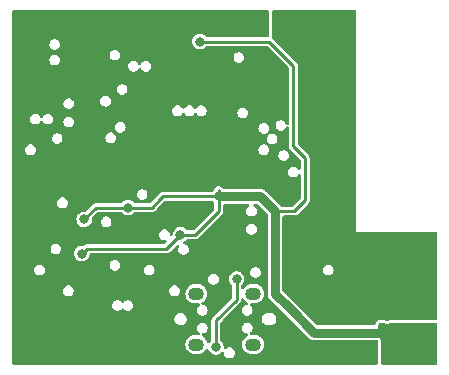
<source format=gbr>
%TF.GenerationSoftware,KiCad,Pcbnew,7.0.7*%
%TF.CreationDate,2023-11-09T15:37:00-05:00*%
%TF.ProjectId,Occupancy_Sensor-A,4f636375-7061-46e6-9379-5f53656e736f,rev?*%
%TF.SameCoordinates,Original*%
%TF.FileFunction,Copper,L3,Inr*%
%TF.FilePolarity,Positive*%
%FSLAX46Y46*%
G04 Gerber Fmt 4.6, Leading zero omitted, Abs format (unit mm)*
G04 Created by KiCad (PCBNEW 7.0.7) date 2023-11-09 15:37:00*
%MOMM*%
%LPD*%
G01*
G04 APERTURE LIST*
%TA.AperFunction,ComponentPad*%
%ADD10O,1.350000X1.100000*%
%TD*%
%TA.AperFunction,ViaPad*%
%ADD11C,0.800000*%
%TD*%
%TA.AperFunction,Conductor*%
%ADD12C,0.250000*%
%TD*%
%TA.AperFunction,Conductor*%
%ADD13C,0.750000*%
%TD*%
G04 APERTURE END LIST*
D10*
%TO.N,unconnected-(J4-SHIELD-PadS1)*%
%TO.C,J4*%
X145600000Y-124000000D03*
X145600000Y-128300000D03*
X150400000Y-124000000D03*
X150400000Y-128300000D03*
%TD*%
D11*
%TO.N,GND*%
X165000000Y-119400000D03*
X161800000Y-119400000D03*
%TO.N,Net-(U3-D-_in)*%
X149000000Y-122750000D03*
X147250000Y-128500000D03*
%TO.N,GND*%
X154900000Y-104300000D03*
X156700000Y-101500000D03*
X158700000Y-111400000D03*
X153400000Y-119000000D03*
X155750000Y-119500000D03*
X152700000Y-101000000D03*
X159200000Y-119400000D03*
X155700000Y-114900000D03*
X158700000Y-109400000D03*
X165000000Y-121100000D03*
X159200000Y-121100000D03*
X154800000Y-108600000D03*
X158700000Y-107400000D03*
X158700000Y-101500000D03*
X155700000Y-111800000D03*
X154000000Y-122750000D03*
X156600000Y-109400000D03*
X155750000Y-117750000D03*
X158700000Y-105400000D03*
X156400000Y-105400000D03*
X158700000Y-113400000D03*
X158700000Y-115400000D03*
X157500000Y-123000000D03*
X165000000Y-124100000D03*
X161750000Y-125900000D03*
%TO.N,+1V8*%
X165250000Y-128300000D03*
X147500000Y-115750000D03*
X164150000Y-129200000D03*
X152250000Y-117000000D03*
X162150000Y-129200000D03*
X145900000Y-102649500D03*
X165250000Y-127300000D03*
X163150000Y-129200000D03*
X139800000Y-116700000D03*
X136100000Y-117700000D03*
X144250000Y-119000000D03*
X135900000Y-120600000D03*
%TO.N,+3.3V*%
X131800000Y-129200000D03*
X153750000Y-115750000D03*
X140500000Y-111800000D03*
X133800000Y-129200000D03*
X133540000Y-101060000D03*
X130700000Y-125300000D03*
X130700000Y-128300000D03*
X130700000Y-126300000D03*
X141750000Y-103300000D03*
X158500000Y-129000000D03*
X132800000Y-129200000D03*
X130700000Y-127300000D03*
X152900000Y-105100000D03*
X131575499Y-110400000D03*
X150600000Y-109100000D03*
%TD*%
D12*
%TO.N,+1V8*%
X154800000Y-112500000D02*
X154800000Y-116100000D01*
X154800000Y-116100000D02*
X153900000Y-117000000D01*
X153800000Y-111500000D02*
X154800000Y-112500000D01*
X151749500Y-102649500D02*
X153800000Y-104700000D01*
X153800000Y-104700000D02*
X153800000Y-111500000D01*
X145900000Y-102649500D02*
X151749500Y-102649500D01*
X153900000Y-117000000D02*
X152250000Y-117000000D01*
%TO.N,Net-(U3-D-_in)*%
X149000000Y-124500000D02*
X149000000Y-122750000D01*
X147250000Y-126250000D02*
X149000000Y-124500000D01*
X147250000Y-128500000D02*
X147250000Y-126250000D01*
%TO.N,+1V8*%
X145500000Y-119000000D02*
X147500000Y-117000000D01*
X143050000Y-120200000D02*
X142250000Y-120200000D01*
D13*
X152250000Y-117000000D02*
X152250000Y-124000000D01*
X151125000Y-115875000D02*
X151000000Y-115750000D01*
D12*
X137700000Y-116700000D02*
X137100000Y-116700000D01*
D13*
X152250000Y-124000000D02*
X153500000Y-125250000D01*
D12*
X144250000Y-119000000D02*
X143050000Y-120200000D01*
X147500000Y-115250000D02*
X147500000Y-115750000D01*
X139800000Y-116700000D02*
X141800000Y-116700000D01*
X144250000Y-119000000D02*
X145500000Y-119000000D01*
X147500000Y-115615000D02*
X147500000Y-115250000D01*
X147500000Y-115750000D02*
X142750000Y-115750000D01*
D13*
X155550000Y-127300000D02*
X165250000Y-127300000D01*
D12*
X137700000Y-116700000D02*
X139800000Y-116700000D01*
D13*
X152250000Y-117000000D02*
X151125000Y-115875000D01*
D12*
X137100000Y-116700000D02*
X136100000Y-117700000D01*
D13*
X153500000Y-125250000D02*
X155550000Y-127300000D01*
D12*
X136300000Y-120200000D02*
X135900000Y-120600000D01*
X138900000Y-120200000D02*
X142250000Y-120200000D01*
X142750000Y-115750000D02*
X142500000Y-116000000D01*
X138900000Y-120200000D02*
X136300000Y-120200000D01*
D13*
X151000000Y-115750000D02*
X147500000Y-115750000D01*
D12*
X141800000Y-116700000D02*
X142500000Y-116000000D01*
X147500000Y-117000000D02*
X147500000Y-115615000D01*
%TD*%
%TA.AperFunction,Conductor*%
%TO.N,GND*%
G36*
X159093039Y-100020185D02*
G01*
X159138794Y-100072989D01*
X159150000Y-100124500D01*
X159150000Y-118750000D01*
X165875500Y-118750000D01*
X165942539Y-118769685D01*
X165988294Y-118822489D01*
X165999500Y-118874000D01*
X165999500Y-126120500D01*
X165979815Y-126187539D01*
X165927011Y-126233294D01*
X165875500Y-126244500D01*
X162037114Y-126244500D01*
X161975994Y-126251919D01*
X161975983Y-126251921D01*
X161972017Y-126252899D01*
X161969268Y-126252777D01*
X161812579Y-126291397D01*
X161782905Y-126295000D01*
X161717095Y-126295000D01*
X161687420Y-126291397D01*
X161535200Y-126253878D01*
X161527981Y-126252899D01*
X161524020Y-126251923D01*
X161483261Y-126246974D01*
X161462883Y-126244500D01*
X161462882Y-126244500D01*
X161124000Y-126244500D01*
X161123997Y-126244500D01*
X161069687Y-126250338D01*
X161018183Y-126261543D01*
X161018182Y-126261543D01*
X161018176Y-126261545D01*
X161007177Y-126264562D01*
X160991806Y-126268779D01*
X160991796Y-126268783D01*
X160905181Y-126318105D01*
X160905172Y-126318111D01*
X160852371Y-126363864D01*
X160820743Y-126396640D01*
X160774534Y-126484977D01*
X160774533Y-126484977D01*
X160754851Y-126552009D01*
X160754849Y-126552018D01*
X160752530Y-126568148D01*
X160723504Y-126631704D01*
X160664725Y-126669478D01*
X160629792Y-126674500D01*
X155860452Y-126674500D01*
X155793413Y-126654815D01*
X155772771Y-126638181D01*
X153913225Y-124778634D01*
X153913206Y-124778616D01*
X152911819Y-123777228D01*
X152878334Y-123715905D01*
X152875500Y-123689547D01*
X152875500Y-122000000D01*
X156294867Y-122000000D01*
X156313302Y-122128225D01*
X156346081Y-122199999D01*
X156367118Y-122246063D01*
X156451951Y-122343967D01*
X156560931Y-122414004D01*
X156685225Y-122450499D01*
X156685227Y-122450500D01*
X156685228Y-122450500D01*
X156814773Y-122450500D01*
X156814773Y-122450499D01*
X156939069Y-122414004D01*
X157048049Y-122343967D01*
X157132882Y-122246063D01*
X157186697Y-122128226D01*
X157205133Y-122000000D01*
X157186697Y-121871774D01*
X157132882Y-121753937D01*
X157048049Y-121656033D01*
X156939069Y-121585996D01*
X156939065Y-121585994D01*
X156939064Y-121585994D01*
X156814774Y-121549500D01*
X156814772Y-121549500D01*
X156685228Y-121549500D01*
X156685226Y-121549500D01*
X156560935Y-121585994D01*
X156560932Y-121585995D01*
X156560931Y-121585996D01*
X156539142Y-121599999D01*
X156451950Y-121656033D01*
X156367118Y-121753937D01*
X156367117Y-121753938D01*
X156313302Y-121871774D01*
X156294867Y-122000000D01*
X152875500Y-122000000D01*
X152875500Y-117499500D01*
X152895185Y-117432461D01*
X152947989Y-117386706D01*
X152999500Y-117375500D01*
X153848196Y-117375500D01*
X153873641Y-117378139D01*
X153877440Y-117378935D01*
X153884268Y-117380367D01*
X153905225Y-117377754D01*
X153919492Y-117375977D01*
X153927168Y-117375500D01*
X153931112Y-117375500D01*
X153931114Y-117375500D01*
X153931116Y-117375499D01*
X153931122Y-117375499D01*
X153948903Y-117372531D01*
X153954140Y-117371657D01*
X154008626Y-117364866D01*
X154008627Y-117364865D01*
X154008629Y-117364865D01*
X154016141Y-117362628D01*
X154023606Y-117360066D01*
X154023606Y-117360065D01*
X154023610Y-117360065D01*
X154071877Y-117333944D01*
X154121211Y-117309826D01*
X154121213Y-117309823D01*
X154127594Y-117305268D01*
X154133819Y-117300422D01*
X154133826Y-117300419D01*
X154171008Y-117260028D01*
X155028889Y-116402146D01*
X155048746Y-116386022D01*
X155057836Y-116380084D01*
X155079638Y-116352071D01*
X155084733Y-116346303D01*
X155087519Y-116343518D01*
X155087528Y-116343506D01*
X155101086Y-116324516D01*
X155134807Y-116281192D01*
X155138547Y-116274278D01*
X155142006Y-116267203D01*
X155142010Y-116267199D01*
X155152698Y-116231298D01*
X155157672Y-116214593D01*
X155175500Y-116162661D01*
X155176791Y-116154924D01*
X155177768Y-116147086D01*
X155175500Y-116092244D01*
X155175500Y-112551803D01*
X155178139Y-112526358D01*
X155178177Y-112526175D01*
X155180367Y-112515732D01*
X155178325Y-112499353D01*
X155175977Y-112480507D01*
X155175500Y-112472831D01*
X155175500Y-112468890D01*
X155175499Y-112468881D01*
X155171657Y-112445856D01*
X155164866Y-112391376D01*
X155162621Y-112383837D01*
X155160066Y-112376392D01*
X155133941Y-112328118D01*
X155133940Y-112328118D01*
X155109826Y-112278789D01*
X155109823Y-112278786D01*
X155109823Y-112278785D01*
X155105280Y-112272421D01*
X155100420Y-112266176D01*
X155100419Y-112266174D01*
X155060029Y-112228992D01*
X154686539Y-111855502D01*
X154211819Y-111380781D01*
X154178334Y-111319458D01*
X154175500Y-111293100D01*
X154175500Y-104751804D01*
X154178139Y-104726359D01*
X154178785Y-104723275D01*
X154180367Y-104715732D01*
X154177720Y-104694495D01*
X154175977Y-104680506D01*
X154175500Y-104672830D01*
X154175500Y-104668889D01*
X154175498Y-104668876D01*
X154171657Y-104645859D01*
X154164866Y-104591376D01*
X154164866Y-104591374D01*
X154164864Y-104591370D01*
X154162622Y-104583840D01*
X154160065Y-104576392D01*
X154160065Y-104576390D01*
X154133944Y-104528122D01*
X154109826Y-104478789D01*
X154109824Y-104478787D01*
X154109824Y-104478786D01*
X154105276Y-104472416D01*
X154100420Y-104466176D01*
X154100419Y-104466174D01*
X154060029Y-104428992D01*
X152051649Y-102420611D01*
X152035522Y-102400752D01*
X152029586Y-102391667D01*
X152029584Y-102391664D01*
X152027587Y-102390109D01*
X152025560Y-102387294D01*
X152022625Y-102384105D01*
X152023010Y-102383750D01*
X151986775Y-102333400D01*
X151983100Y-102263627D01*
X151984764Y-102257353D01*
X151995150Y-102221985D01*
X152005500Y-102150000D01*
X152005500Y-100124500D01*
X152025185Y-100057461D01*
X152077989Y-100011706D01*
X152129500Y-100000500D01*
X159026000Y-100000500D01*
X159093039Y-100020185D01*
G37*
%TD.AperFunction*%
%TD*%
%TA.AperFunction,Conductor*%
%TO.N,+1V8*%
G36*
X161510024Y-126511618D02*
G01*
X161510624Y-126510037D01*
X161517633Y-126512695D01*
X161517635Y-126512696D01*
X161671015Y-126550500D01*
X161828985Y-126550500D01*
X161982365Y-126512696D01*
X161982369Y-126512693D01*
X161989376Y-126510037D01*
X161989975Y-126511618D01*
X162037118Y-126500000D01*
X165875500Y-126500000D01*
X165942539Y-126519685D01*
X165988294Y-126572489D01*
X165999500Y-126624000D01*
X165999500Y-129875500D01*
X165979815Y-129942539D01*
X165927011Y-129988294D01*
X165875500Y-129999500D01*
X161379500Y-129999500D01*
X161312461Y-129979815D01*
X161266706Y-129927011D01*
X161255500Y-129875500D01*
X161255500Y-128049500D01*
X161249661Y-127995187D01*
X161247233Y-127984025D01*
X161238457Y-127943683D01*
X161238456Y-127943682D01*
X161238455Y-127943676D01*
X161231219Y-127917302D01*
X161225806Y-127907796D01*
X161181894Y-127830681D01*
X161181888Y-127830672D01*
X161136136Y-127777871D01*
X161106967Y-127749725D01*
X161103359Y-127746243D01*
X161103185Y-127746152D01*
X161066522Y-127726973D01*
X161016244Y-127678456D01*
X161000000Y-127617099D01*
X161000000Y-126624000D01*
X161019685Y-126556961D01*
X161072489Y-126511206D01*
X161124000Y-126500000D01*
X161462882Y-126500000D01*
X161510024Y-126511618D01*
G37*
%TD.AperFunction*%
%TD*%
%TA.AperFunction,Conductor*%
%TO.N,+3.3V*%
G36*
X151693039Y-100020185D02*
G01*
X151738794Y-100072989D01*
X151750000Y-100124500D01*
X151750000Y-102150000D01*
X151730315Y-102217039D01*
X151677511Y-102262794D01*
X151626000Y-102274000D01*
X146496308Y-102274000D01*
X146429269Y-102254315D01*
X146394257Y-102220438D01*
X146390483Y-102214970D01*
X146272240Y-102110217D01*
X146272238Y-102110216D01*
X146272237Y-102110215D01*
X146132365Y-102036803D01*
X145978986Y-101999000D01*
X145978985Y-101999000D01*
X145821015Y-101999000D01*
X145821014Y-101999000D01*
X145667634Y-102036803D01*
X145527762Y-102110215D01*
X145409516Y-102214971D01*
X145319781Y-102344975D01*
X145319780Y-102344976D01*
X145263762Y-102492681D01*
X145244722Y-102649499D01*
X145244722Y-102649500D01*
X145263762Y-102806318D01*
X145319780Y-102954023D01*
X145409517Y-103084030D01*
X145527760Y-103188783D01*
X145527762Y-103188784D01*
X145667634Y-103262196D01*
X145821014Y-103300000D01*
X145821015Y-103300000D01*
X145978985Y-103300000D01*
X146132365Y-103262196D01*
X146167099Y-103243966D01*
X146272240Y-103188783D01*
X146390483Y-103084030D01*
X146394257Y-103078561D01*
X146448537Y-103034571D01*
X146496308Y-103025000D01*
X151542601Y-103025000D01*
X151609640Y-103044685D01*
X151630282Y-103061319D01*
X153388181Y-104819218D01*
X153421666Y-104880541D01*
X153424500Y-104906899D01*
X153424500Y-109572471D01*
X153404815Y-109639510D01*
X153352011Y-109685265D01*
X153282853Y-109695209D01*
X153219297Y-109666184D01*
X153187706Y-109623983D01*
X153132882Y-109503938D01*
X153132882Y-109503937D01*
X153048049Y-109406033D01*
X152939069Y-109335996D01*
X152939065Y-109335994D01*
X152939064Y-109335994D01*
X152814774Y-109299500D01*
X152814772Y-109299500D01*
X152685228Y-109299500D01*
X152685226Y-109299500D01*
X152560935Y-109335994D01*
X152560932Y-109335995D01*
X152560931Y-109335996D01*
X152509677Y-109368934D01*
X152451950Y-109406033D01*
X152367118Y-109503937D01*
X152367117Y-109503938D01*
X152313302Y-109621774D01*
X152294867Y-109750000D01*
X152313302Y-109878225D01*
X152341187Y-109939283D01*
X152367118Y-109996063D01*
X152451951Y-110093967D01*
X152560931Y-110164004D01*
X152685225Y-110200499D01*
X152685227Y-110200500D01*
X152685228Y-110200500D01*
X152814773Y-110200500D01*
X152814773Y-110200499D01*
X152939069Y-110164004D01*
X153048049Y-110093967D01*
X153132882Y-109996063D01*
X153186697Y-109878226D01*
X153186697Y-109878225D01*
X153187706Y-109876016D01*
X153233461Y-109823212D01*
X153300500Y-109803528D01*
X153367540Y-109823213D01*
X153413294Y-109876017D01*
X153424500Y-109927528D01*
X153424500Y-111448196D01*
X153421862Y-111473634D01*
X153419633Y-111484268D01*
X153419633Y-111484269D01*
X153419633Y-111484271D01*
X153424023Y-111519491D01*
X153424500Y-111527167D01*
X153424500Y-111531116D01*
X153428342Y-111554141D01*
X153435134Y-111608627D01*
X153437373Y-111616147D01*
X153439934Y-111623608D01*
X153439935Y-111623610D01*
X153450527Y-111643182D01*
X153466055Y-111671877D01*
X153490174Y-111721211D01*
X153494742Y-111727609D01*
X153499582Y-111733827D01*
X153539971Y-111771009D01*
X154388181Y-112619217D01*
X154421666Y-112680540D01*
X154424500Y-112706898D01*
X154424500Y-113412987D01*
X154404815Y-113480026D01*
X154352011Y-113525781D01*
X154282853Y-113535725D01*
X154219297Y-113506700D01*
X154187707Y-113464501D01*
X154182883Y-113453939D01*
X154182882Y-113453938D01*
X154182882Y-113453937D01*
X154098049Y-113356033D01*
X153989069Y-113285996D01*
X153989065Y-113285994D01*
X153989064Y-113285994D01*
X153864774Y-113249500D01*
X153864772Y-113249500D01*
X153735228Y-113249500D01*
X153735226Y-113249500D01*
X153610935Y-113285994D01*
X153610932Y-113285995D01*
X153610931Y-113285996D01*
X153559677Y-113318934D01*
X153501950Y-113356033D01*
X153417118Y-113453937D01*
X153417117Y-113453938D01*
X153363302Y-113571774D01*
X153344867Y-113700000D01*
X153363302Y-113828225D01*
X153388179Y-113882696D01*
X153417118Y-113946063D01*
X153501951Y-114043967D01*
X153610931Y-114114004D01*
X153735225Y-114150499D01*
X153735227Y-114150500D01*
X153735228Y-114150500D01*
X153864773Y-114150500D01*
X153864773Y-114150499D01*
X153989069Y-114114004D01*
X154098049Y-114043967D01*
X154182882Y-113946063D01*
X154182884Y-113946059D01*
X154187706Y-113935501D01*
X154233460Y-113882697D01*
X154300500Y-113863012D01*
X154367539Y-113882696D01*
X154413294Y-113935500D01*
X154424500Y-113987012D01*
X154424500Y-115893100D01*
X154404815Y-115960139D01*
X154388181Y-115980781D01*
X153780781Y-116588181D01*
X153719458Y-116621666D01*
X153693100Y-116624500D01*
X152846308Y-116624500D01*
X152779269Y-116604815D01*
X152744257Y-116570938D01*
X152740483Y-116565470D01*
X152622240Y-116460717D01*
X152622238Y-116460716D01*
X152622237Y-116460715D01*
X152622233Y-116460712D01*
X152582268Y-116439737D01*
X152552213Y-116417622D01*
X151500802Y-115366211D01*
X151490981Y-115353952D01*
X151490760Y-115354135D01*
X151485788Y-115348125D01*
X151435362Y-115300771D01*
X151414476Y-115279884D01*
X151408986Y-115275625D01*
X151404561Y-115271847D01*
X151370582Y-115239938D01*
X151370580Y-115239936D01*
X151370577Y-115239935D01*
X151353029Y-115230288D01*
X151336763Y-115219604D01*
X151320936Y-115207327D01*
X151320935Y-115207326D01*
X151320933Y-115207325D01*
X151278168Y-115188818D01*
X151272922Y-115186248D01*
X151232093Y-115163803D01*
X151232092Y-115163802D01*
X151212693Y-115158822D01*
X151194281Y-115152518D01*
X151175898Y-115144562D01*
X151175892Y-115144560D01*
X151129874Y-115137272D01*
X151124152Y-115136087D01*
X151079021Y-115124500D01*
X151079019Y-115124500D01*
X151058984Y-115124500D01*
X151039586Y-115122973D01*
X151032162Y-115121797D01*
X151019805Y-115119840D01*
X151019804Y-115119840D01*
X150973416Y-115124225D01*
X150967578Y-115124500D01*
X147932930Y-115124500D01*
X147865891Y-115104815D01*
X147823875Y-115059516D01*
X147800423Y-115016179D01*
X147800420Y-115016176D01*
X147800419Y-115016174D01*
X147708219Y-114931297D01*
X147708217Y-114931295D01*
X147593455Y-114880957D01*
X147593449Y-114880956D01*
X147468565Y-114870607D01*
X147347077Y-114901372D01*
X147242165Y-114969914D01*
X147165190Y-115068812D01*
X147122147Y-115194191D01*
X147087094Y-115246742D01*
X147009517Y-115315469D01*
X147007424Y-115318501D01*
X147005742Y-115320938D01*
X146951463Y-115364929D01*
X146903692Y-115374500D01*
X142801804Y-115374500D01*
X142776357Y-115371861D01*
X142773713Y-115371306D01*
X142765729Y-115369632D01*
X142730509Y-115374023D01*
X142722832Y-115374500D01*
X142718886Y-115374500D01*
X142701606Y-115377383D01*
X142695846Y-115378344D01*
X142641368Y-115385135D01*
X142633844Y-115387375D01*
X142626392Y-115389934D01*
X142578119Y-115416057D01*
X142528790Y-115440172D01*
X142522398Y-115444735D01*
X142516174Y-115449580D01*
X142479003Y-115489958D01*
X142278788Y-115690174D01*
X141680781Y-116288181D01*
X141619458Y-116321666D01*
X141593100Y-116324500D01*
X140396308Y-116324500D01*
X140329269Y-116304815D01*
X140294257Y-116270938D01*
X140290483Y-116265470D01*
X140172240Y-116160717D01*
X140172238Y-116160716D01*
X140172237Y-116160715D01*
X140032365Y-116087303D01*
X139878986Y-116049500D01*
X139878985Y-116049500D01*
X139721015Y-116049500D01*
X139721014Y-116049500D01*
X139567634Y-116087303D01*
X139427762Y-116160715D01*
X139309516Y-116265470D01*
X139307089Y-116268987D01*
X139305742Y-116270938D01*
X139251463Y-116314929D01*
X139203692Y-116324500D01*
X137151803Y-116324500D01*
X137126358Y-116321861D01*
X137115732Y-116319633D01*
X137115729Y-116319633D01*
X137080507Y-116324023D01*
X137072831Y-116324500D01*
X137068886Y-116324500D01*
X137057371Y-116326421D01*
X137045856Y-116328342D01*
X137027696Y-116330606D01*
X136991375Y-116335134D01*
X136991371Y-116335135D01*
X136983842Y-116337377D01*
X136976383Y-116339937D01*
X136928118Y-116366058D01*
X136878791Y-116390172D01*
X136872381Y-116394748D01*
X136866175Y-116399579D01*
X136828992Y-116439970D01*
X136255780Y-117013181D01*
X136194457Y-117046666D01*
X136168099Y-117049500D01*
X136021014Y-117049500D01*
X135867634Y-117087303D01*
X135727762Y-117160715D01*
X135704648Y-117181192D01*
X135631426Y-117246061D01*
X135609516Y-117265471D01*
X135519781Y-117395475D01*
X135519780Y-117395476D01*
X135463762Y-117543181D01*
X135444722Y-117699999D01*
X135444722Y-117700000D01*
X135463762Y-117856818D01*
X135482725Y-117906818D01*
X135519780Y-118004523D01*
X135609517Y-118134530D01*
X135727760Y-118239283D01*
X135727762Y-118239284D01*
X135867634Y-118312696D01*
X136021014Y-118350500D01*
X136021015Y-118350500D01*
X136178985Y-118350500D01*
X136332365Y-118312696D01*
X136376974Y-118289283D01*
X136472240Y-118239283D01*
X136590483Y-118134530D01*
X136680220Y-118004523D01*
X136719860Y-117900000D01*
X137494867Y-117900000D01*
X137513302Y-118028225D01*
X137567117Y-118146061D01*
X137567118Y-118146063D01*
X137651951Y-118243967D01*
X137760931Y-118314004D01*
X137885225Y-118350499D01*
X137885227Y-118350500D01*
X137885228Y-118350500D01*
X138014773Y-118350500D01*
X138014773Y-118350499D01*
X138139069Y-118314004D01*
X138248049Y-118243967D01*
X138332882Y-118146063D01*
X138386697Y-118028226D01*
X138405133Y-117900000D01*
X138386697Y-117771774D01*
X138332882Y-117653937D01*
X138248049Y-117556033D01*
X138139069Y-117485996D01*
X138139065Y-117485994D01*
X138139064Y-117485994D01*
X138014774Y-117449500D01*
X138014772Y-117449500D01*
X137885228Y-117449500D01*
X137885226Y-117449500D01*
X137760935Y-117485994D01*
X137760932Y-117485995D01*
X137760931Y-117485996D01*
X137709677Y-117518934D01*
X137651950Y-117556033D01*
X137567118Y-117653937D01*
X137567117Y-117653938D01*
X137513302Y-117771774D01*
X137494867Y-117900000D01*
X136719860Y-117900000D01*
X136736237Y-117856818D01*
X136755278Y-117700000D01*
X136749102Y-117649144D01*
X136760561Y-117580224D01*
X136784514Y-117546521D01*
X137219217Y-117111819D01*
X137280541Y-117078334D01*
X137306899Y-117075500D01*
X137637340Y-117075500D01*
X139203692Y-117075500D01*
X139270731Y-117095185D01*
X139305742Y-117129061D01*
X139309517Y-117134530D01*
X139427760Y-117239283D01*
X139427762Y-117239284D01*
X139567634Y-117312696D01*
X139721014Y-117350500D01*
X139721015Y-117350500D01*
X139878985Y-117350500D01*
X140032365Y-117312696D01*
X140032364Y-117312696D01*
X140172240Y-117239283D01*
X140290483Y-117134530D01*
X140294257Y-117129061D01*
X140348537Y-117085071D01*
X140396308Y-117075500D01*
X141748196Y-117075500D01*
X141773641Y-117078139D01*
X141777440Y-117078935D01*
X141784268Y-117080367D01*
X141805225Y-117077754D01*
X141819492Y-117075977D01*
X141827168Y-117075500D01*
X141831112Y-117075500D01*
X141831114Y-117075500D01*
X141831116Y-117075499D01*
X141831122Y-117075499D01*
X141846487Y-117072934D01*
X141854140Y-117071657D01*
X141908626Y-117064866D01*
X141908627Y-117064865D01*
X141908629Y-117064865D01*
X141916141Y-117062628D01*
X141923606Y-117060066D01*
X141923606Y-117060065D01*
X141923610Y-117060065D01*
X141971877Y-117033944D01*
X142021211Y-117009826D01*
X142021213Y-117009823D01*
X142027594Y-117005268D01*
X142033819Y-117000422D01*
X142033826Y-117000419D01*
X142071008Y-116960028D01*
X142237936Y-116793100D01*
X142846106Y-116184932D01*
X142846109Y-116184927D01*
X142869223Y-116161815D01*
X142930547Y-116128333D01*
X142956900Y-116125500D01*
X146903692Y-116125500D01*
X146970731Y-116145185D01*
X147005742Y-116179061D01*
X147009517Y-116184530D01*
X147009518Y-116184531D01*
X147082726Y-116249386D01*
X147119853Y-116308574D01*
X147124500Y-116342202D01*
X147124500Y-116793100D01*
X147104815Y-116860139D01*
X147088181Y-116880781D01*
X145380781Y-118588181D01*
X145319458Y-118621666D01*
X145293100Y-118624500D01*
X144846308Y-118624500D01*
X144779269Y-118604815D01*
X144744257Y-118570938D01*
X144740483Y-118565470D01*
X144622240Y-118460717D01*
X144622238Y-118460716D01*
X144622237Y-118460715D01*
X144482365Y-118387303D01*
X144328986Y-118349500D01*
X144328985Y-118349500D01*
X144171015Y-118349500D01*
X144171014Y-118349500D01*
X144017634Y-118387303D01*
X143877762Y-118460715D01*
X143759516Y-118565471D01*
X143669781Y-118695475D01*
X143669780Y-118695476D01*
X143613762Y-118843181D01*
X143597759Y-118974987D01*
X143570137Y-119039165D01*
X143512203Y-119078222D01*
X143442350Y-119079757D01*
X143382757Y-119043283D01*
X143352342Y-118980380D01*
X143351925Y-118977688D01*
X143336697Y-118871774D01*
X143323639Y-118843181D01*
X143282882Y-118753937D01*
X143198049Y-118656033D01*
X143089069Y-118585996D01*
X143089065Y-118585994D01*
X143089064Y-118585994D01*
X142964774Y-118549500D01*
X142964772Y-118549500D01*
X142835228Y-118549500D01*
X142835226Y-118549500D01*
X142710935Y-118585994D01*
X142710932Y-118585995D01*
X142710931Y-118585996D01*
X142681648Y-118604815D01*
X142601950Y-118656033D01*
X142517118Y-118753937D01*
X142517117Y-118753938D01*
X142463302Y-118871774D01*
X142444867Y-119000000D01*
X142463302Y-119128225D01*
X142494016Y-119195477D01*
X142517118Y-119246063D01*
X142601951Y-119343967D01*
X142710931Y-119414004D01*
X142780838Y-119434530D01*
X142835225Y-119450499D01*
X142835227Y-119450500D01*
X142969100Y-119450500D01*
X143036139Y-119470185D01*
X143081894Y-119522989D01*
X143091838Y-119592147D01*
X143062813Y-119655703D01*
X143056781Y-119662181D01*
X142930781Y-119788181D01*
X142869458Y-119821666D01*
X142843100Y-119824500D01*
X136351804Y-119824500D01*
X136326357Y-119821861D01*
X136323713Y-119821306D01*
X136315729Y-119819632D01*
X136280509Y-119824023D01*
X136272832Y-119824500D01*
X136268886Y-119824500D01*
X136251606Y-119827383D01*
X136245846Y-119828344D01*
X136191368Y-119835135D01*
X136183844Y-119837375D01*
X136176392Y-119839934D01*
X136128119Y-119866057D01*
X136078790Y-119890172D01*
X136072398Y-119894735D01*
X136066173Y-119899581D01*
X136057055Y-119909486D01*
X135997167Y-119945474D01*
X135965828Y-119949500D01*
X135821014Y-119949500D01*
X135667634Y-119987303D01*
X135527762Y-120060715D01*
X135409516Y-120165471D01*
X135319781Y-120295475D01*
X135319780Y-120295476D01*
X135263762Y-120443181D01*
X135244722Y-120599999D01*
X135244722Y-120600000D01*
X135263762Y-120756818D01*
X135278424Y-120795477D01*
X135319780Y-120904523D01*
X135409517Y-121034530D01*
X135527760Y-121139283D01*
X135527762Y-121139284D01*
X135667634Y-121212696D01*
X135821014Y-121250500D01*
X135821015Y-121250500D01*
X135978985Y-121250500D01*
X136132365Y-121212696D01*
X136183237Y-121185996D01*
X136272240Y-121139283D01*
X136390483Y-121034530D01*
X136480220Y-120904523D01*
X136536237Y-120756818D01*
X136545011Y-120684552D01*
X136572632Y-120620376D01*
X136630566Y-120581319D01*
X136668107Y-120575500D01*
X138837340Y-120575500D01*
X142187340Y-120575500D01*
X142998196Y-120575500D01*
X143023641Y-120578139D01*
X143027440Y-120578935D01*
X143034268Y-120580367D01*
X143055225Y-120577754D01*
X143069492Y-120575977D01*
X143077168Y-120575500D01*
X143081112Y-120575500D01*
X143081114Y-120575500D01*
X143081116Y-120575499D01*
X143081122Y-120575499D01*
X143096487Y-120572934D01*
X143104140Y-120571657D01*
X143158626Y-120564866D01*
X143158627Y-120564865D01*
X143158629Y-120564865D01*
X143166141Y-120562628D01*
X143173606Y-120560066D01*
X143173606Y-120560065D01*
X143173610Y-120560065D01*
X143221877Y-120533944D01*
X143271211Y-120509826D01*
X143271213Y-120509823D01*
X143277594Y-120505268D01*
X143283819Y-120500422D01*
X143283826Y-120500419D01*
X143321008Y-120460028D01*
X143916939Y-119864096D01*
X143978260Y-119830613D01*
X144047951Y-119835597D01*
X144103885Y-119877468D01*
X144128302Y-119942933D01*
X144117413Y-120003290D01*
X144063302Y-120121776D01*
X144044867Y-120250000D01*
X144063302Y-120378225D01*
X144094283Y-120446062D01*
X144117118Y-120496063D01*
X144201951Y-120593967D01*
X144310931Y-120664004D01*
X144315924Y-120665470D01*
X144435225Y-120700499D01*
X144435227Y-120700500D01*
X144435228Y-120700500D01*
X144564773Y-120700500D01*
X144564773Y-120700499D01*
X144689069Y-120664004D01*
X144798049Y-120593967D01*
X144882882Y-120496063D01*
X144936697Y-120378226D01*
X144955133Y-120250000D01*
X144936697Y-120121774D01*
X144882882Y-120003937D01*
X144798049Y-119906033D01*
X144689069Y-119835996D01*
X144689068Y-119835995D01*
X144689064Y-119835993D01*
X144577758Y-119803312D01*
X144518979Y-119765538D01*
X144489954Y-119701983D01*
X144499897Y-119632824D01*
X144545652Y-119580020D01*
X144555047Y-119574548D01*
X144622240Y-119539283D01*
X144740483Y-119434530D01*
X144744257Y-119429061D01*
X144798537Y-119385071D01*
X144846308Y-119375500D01*
X145448196Y-119375500D01*
X145473641Y-119378139D01*
X145477440Y-119378935D01*
X145484268Y-119380367D01*
X145505225Y-119377754D01*
X145519492Y-119375977D01*
X145527168Y-119375500D01*
X145531112Y-119375500D01*
X145531114Y-119375500D01*
X145531116Y-119375499D01*
X145531122Y-119375499D01*
X145546487Y-119372934D01*
X145554140Y-119371657D01*
X145608626Y-119364866D01*
X145608627Y-119364865D01*
X145608629Y-119364865D01*
X145616141Y-119362628D01*
X145623606Y-119360066D01*
X145623606Y-119360065D01*
X145623610Y-119360065D01*
X145671877Y-119333944D01*
X145721211Y-119309826D01*
X145721213Y-119309823D01*
X145727594Y-119305268D01*
X145733819Y-119300422D01*
X145733826Y-119300419D01*
X145771008Y-119260028D01*
X146481036Y-118550000D01*
X149794867Y-118550000D01*
X149813302Y-118678225D01*
X149821181Y-118695477D01*
X149867118Y-118796063D01*
X149951951Y-118893967D01*
X150060931Y-118964004D01*
X150185225Y-119000499D01*
X150185227Y-119000500D01*
X150185228Y-119000500D01*
X150314773Y-119000500D01*
X150314773Y-119000499D01*
X150439069Y-118964004D01*
X150548049Y-118893967D01*
X150632882Y-118796063D01*
X150686697Y-118678226D01*
X150705133Y-118550000D01*
X150686697Y-118421774D01*
X150632882Y-118303937D01*
X150548049Y-118206033D01*
X150439069Y-118135996D01*
X150439065Y-118135994D01*
X150439064Y-118135994D01*
X150314774Y-118099500D01*
X150314772Y-118099500D01*
X150185228Y-118099500D01*
X150185226Y-118099500D01*
X150060935Y-118135994D01*
X150060932Y-118135995D01*
X150060931Y-118135996D01*
X150009677Y-118168934D01*
X149951950Y-118206033D01*
X149867118Y-118303937D01*
X149867117Y-118303938D01*
X149813302Y-118421774D01*
X149794867Y-118550000D01*
X146481036Y-118550000D01*
X147728889Y-117302146D01*
X147748746Y-117286022D01*
X147757836Y-117280084D01*
X147779638Y-117252071D01*
X147784733Y-117246303D01*
X147787519Y-117243518D01*
X147790542Y-117239284D01*
X147801086Y-117224516D01*
X147834807Y-117181192D01*
X147838547Y-117174280D01*
X147842003Y-117167207D01*
X147842010Y-117167199D01*
X147857670Y-117114596D01*
X147875500Y-117062660D01*
X147875500Y-117062655D01*
X147876790Y-117054924D01*
X147877768Y-117047085D01*
X147875500Y-116992244D01*
X147875500Y-116499500D01*
X147895185Y-116432461D01*
X147947989Y-116386706D01*
X147999500Y-116375500D01*
X149966164Y-116375500D01*
X150033203Y-116395185D01*
X150078958Y-116447989D01*
X150088902Y-116517147D01*
X150059877Y-116580703D01*
X150033204Y-116603814D01*
X150031648Y-116604815D01*
X149951950Y-116656033D01*
X149867118Y-116753937D01*
X149867117Y-116753938D01*
X149813302Y-116871774D01*
X149794867Y-117000000D01*
X149813302Y-117128225D01*
X149837492Y-117181192D01*
X149867118Y-117246063D01*
X149951951Y-117343967D01*
X150060931Y-117414004D01*
X150185225Y-117450499D01*
X150185227Y-117450500D01*
X150185228Y-117450500D01*
X150314773Y-117450500D01*
X150314773Y-117450499D01*
X150439069Y-117414004D01*
X150548049Y-117343967D01*
X150632882Y-117246063D01*
X150686697Y-117128226D01*
X150705133Y-117000000D01*
X150686697Y-116871774D01*
X150632882Y-116753937D01*
X150548049Y-116656033D01*
X150466796Y-116603815D01*
X150421042Y-116551012D01*
X150411098Y-116481853D01*
X150440123Y-116418298D01*
X150498901Y-116380523D01*
X150533836Y-116375500D01*
X150689548Y-116375500D01*
X150756587Y-116395185D01*
X150777229Y-116411819D01*
X151588181Y-117222771D01*
X151621666Y-117284094D01*
X151624500Y-117310452D01*
X151624500Y-123917255D01*
X151622775Y-123932872D01*
X151623061Y-123932899D01*
X151622326Y-123940665D01*
X151624500Y-124009814D01*
X151624500Y-124039343D01*
X151624501Y-124039360D01*
X151625368Y-124046231D01*
X151625826Y-124052050D01*
X151627290Y-124098624D01*
X151627291Y-124098627D01*
X151632880Y-124117867D01*
X151636824Y-124136911D01*
X151639336Y-124156792D01*
X151656490Y-124200119D01*
X151658382Y-124205647D01*
X151671381Y-124250388D01*
X151681580Y-124267634D01*
X151690138Y-124285103D01*
X151697514Y-124303732D01*
X151724898Y-124341423D01*
X151728106Y-124346307D01*
X151751827Y-124386416D01*
X151751833Y-124386424D01*
X151765990Y-124400580D01*
X151778628Y-124415376D01*
X151790405Y-124431586D01*
X151790406Y-124431587D01*
X151826309Y-124461288D01*
X151830620Y-124465210D01*
X152046599Y-124681189D01*
X153087062Y-125721654D01*
X153087092Y-125721682D01*
X155049197Y-127683788D01*
X155059022Y-127696051D01*
X155059243Y-127695869D01*
X155064214Y-127701878D01*
X155090217Y-127726295D01*
X155114635Y-127749226D01*
X155135529Y-127770120D01*
X155141011Y-127774373D01*
X155145443Y-127778157D01*
X155179418Y-127810062D01*
X155196976Y-127819714D01*
X155213233Y-127830393D01*
X155229064Y-127842673D01*
X155248737Y-127851186D01*
X155271833Y-127861182D01*
X155277077Y-127863750D01*
X155317908Y-127886197D01*
X155330523Y-127889435D01*
X155337305Y-127891177D01*
X155355719Y-127897481D01*
X155374104Y-127905438D01*
X155420157Y-127912732D01*
X155425826Y-127913906D01*
X155470981Y-127925500D01*
X155491016Y-127925500D01*
X155510413Y-127927026D01*
X155530196Y-127930160D01*
X155576583Y-127925775D01*
X155582422Y-127925500D01*
X160876000Y-127925500D01*
X160943039Y-127945185D01*
X160988794Y-127997989D01*
X161000000Y-128049500D01*
X161000000Y-129875500D01*
X160980315Y-129942539D01*
X160927511Y-129988294D01*
X160876000Y-129999500D01*
X130124500Y-129999500D01*
X130057461Y-129979815D01*
X130011706Y-129927011D01*
X130000500Y-129875500D01*
X130000500Y-128300003D01*
X144669435Y-128300003D01*
X144689630Y-128479249D01*
X144689631Y-128479254D01*
X144749211Y-128649523D01*
X144814819Y-128753937D01*
X144845184Y-128802262D01*
X144972738Y-128929816D01*
X145125478Y-129025789D01*
X145295744Y-129085367D01*
X145295745Y-129085368D01*
X145295750Y-129085369D01*
X145386246Y-129095565D01*
X145430040Y-129100499D01*
X145430043Y-129100500D01*
X145430046Y-129100500D01*
X145769957Y-129100500D01*
X145769958Y-129100499D01*
X145837104Y-129092934D01*
X145904249Y-129085369D01*
X145904252Y-129085368D01*
X145904255Y-129085368D01*
X146074522Y-129025789D01*
X146227262Y-128929816D01*
X146354816Y-128802262D01*
X146418122Y-128701511D01*
X146470456Y-128655221D01*
X146539509Y-128644573D01*
X146603358Y-128672948D01*
X146639057Y-128723513D01*
X146669780Y-128804523D01*
X146759517Y-128934530D01*
X146877760Y-129039283D01*
X146877762Y-129039284D01*
X147017634Y-129112696D01*
X147171014Y-129150500D01*
X147171015Y-129150500D01*
X147328985Y-129150500D01*
X147482365Y-129112696D01*
X147622237Y-129039285D01*
X147622238Y-129039283D01*
X147622240Y-129039283D01*
X147740483Y-128934530D01*
X147740485Y-128934526D01*
X147741204Y-128933890D01*
X147804437Y-128904169D01*
X147873701Y-128913353D01*
X147927004Y-128958525D01*
X147946169Y-129009059D01*
X147963302Y-129128225D01*
X147973475Y-129150500D01*
X148017118Y-129246063D01*
X148101951Y-129343967D01*
X148210931Y-129414004D01*
X148335225Y-129450499D01*
X148335227Y-129450500D01*
X148335228Y-129450500D01*
X148464773Y-129450500D01*
X148464773Y-129450499D01*
X148589069Y-129414004D01*
X148698049Y-129343967D01*
X148782882Y-129246063D01*
X148836697Y-129128226D01*
X148855133Y-129000000D01*
X148836697Y-128871774D01*
X148782882Y-128753937D01*
X148698049Y-128656033D01*
X148589069Y-128585996D01*
X148589065Y-128585994D01*
X148589064Y-128585994D01*
X148464774Y-128549500D01*
X148464772Y-128549500D01*
X148335228Y-128549500D01*
X148335226Y-128549500D01*
X148210935Y-128585994D01*
X148210932Y-128585995D01*
X148210931Y-128585996D01*
X148112081Y-128649523D01*
X148094490Y-128660828D01*
X148093374Y-128659092D01*
X148040478Y-128683244D01*
X147971320Y-128673295D01*
X147918521Y-128627535D01*
X147898842Y-128560494D01*
X147899746Y-128545558D01*
X147905278Y-128500000D01*
X147886237Y-128343182D01*
X147830220Y-128195477D01*
X147740483Y-128065470D01*
X147740481Y-128065468D01*
X147667273Y-128000611D01*
X147630146Y-127941422D01*
X147625500Y-127907796D01*
X147625500Y-126900000D01*
X149444867Y-126900000D01*
X149463302Y-127028225D01*
X149464825Y-127031559D01*
X149517118Y-127146063D01*
X149601951Y-127243967D01*
X149710931Y-127314004D01*
X149835225Y-127350499D01*
X149835227Y-127350500D01*
X149851098Y-127350500D01*
X149918137Y-127370185D01*
X149963892Y-127422989D01*
X149973836Y-127492147D01*
X149944811Y-127555703D01*
X149917070Y-127579494D01*
X149772737Y-127670184D01*
X149645184Y-127797737D01*
X149549211Y-127950476D01*
X149489631Y-128120745D01*
X149489630Y-128120750D01*
X149469435Y-128299996D01*
X149469435Y-128300003D01*
X149489630Y-128479249D01*
X149489631Y-128479254D01*
X149549211Y-128649523D01*
X149614819Y-128753937D01*
X149645184Y-128802262D01*
X149772738Y-128929816D01*
X149925478Y-129025789D01*
X150095744Y-129085367D01*
X150095745Y-129085368D01*
X150095750Y-129085369D01*
X150186246Y-129095565D01*
X150230040Y-129100499D01*
X150230043Y-129100500D01*
X150230046Y-129100500D01*
X150569957Y-129100500D01*
X150569958Y-129100499D01*
X150637104Y-129092934D01*
X150704249Y-129085369D01*
X150704252Y-129085368D01*
X150704255Y-129085368D01*
X150874522Y-129025789D01*
X151027262Y-128929816D01*
X151154816Y-128802262D01*
X151250789Y-128649522D01*
X151310368Y-128479255D01*
X151330565Y-128300000D01*
X151318788Y-128195477D01*
X151310369Y-128120750D01*
X151310368Y-128120745D01*
X151250788Y-127950476D01*
X151195409Y-127862341D01*
X151154816Y-127797738D01*
X151027262Y-127670184D01*
X150975760Y-127637823D01*
X150874523Y-127574211D01*
X150704254Y-127514631D01*
X150704249Y-127514630D01*
X150569960Y-127499500D01*
X150569954Y-127499500D01*
X150230046Y-127499500D01*
X150230034Y-127499500D01*
X150229302Y-127499541D01*
X150229127Y-127499500D01*
X150226567Y-127499500D01*
X150226567Y-127498901D01*
X150161267Y-127483635D01*
X150112632Y-127433472D01*
X150098838Y-127364977D01*
X150124264Y-127299898D01*
X150155330Y-127271420D01*
X150198049Y-127243967D01*
X150282882Y-127146063D01*
X150336697Y-127028226D01*
X150355133Y-126900000D01*
X150336697Y-126771774D01*
X150282882Y-126653937D01*
X150198049Y-126556033D01*
X150089069Y-126485996D01*
X150089065Y-126485994D01*
X150089064Y-126485994D01*
X149964774Y-126449500D01*
X149964772Y-126449500D01*
X149835228Y-126449500D01*
X149835226Y-126449500D01*
X149710935Y-126485994D01*
X149710932Y-126485995D01*
X149710931Y-126485996D01*
X149659677Y-126518934D01*
X149601950Y-126556033D01*
X149517118Y-126653937D01*
X149517117Y-126653938D01*
X149463302Y-126771774D01*
X149444867Y-126900000D01*
X147625500Y-126900000D01*
X147625500Y-126456898D01*
X147645185Y-126389859D01*
X147661814Y-126369222D01*
X147807635Y-126223401D01*
X151139500Y-126223401D01*
X151180855Y-126364247D01*
X151180856Y-126364248D01*
X151180857Y-126364250D01*
X151260222Y-126487744D01*
X151371164Y-126583877D01*
X151412453Y-126602733D01*
X151504692Y-126644858D01*
X151504695Y-126644858D01*
X151504696Y-126644859D01*
X151613484Y-126660500D01*
X151613487Y-126660500D01*
X151886513Y-126660500D01*
X151886516Y-126660500D01*
X151995304Y-126644859D01*
X151995305Y-126644858D01*
X151995307Y-126644858D01*
X152036593Y-126626002D01*
X152128836Y-126583877D01*
X152239778Y-126487744D01*
X152319143Y-126364250D01*
X152360500Y-126223399D01*
X152360500Y-126076601D01*
X152339913Y-126006488D01*
X152319144Y-125935752D01*
X152319143Y-125935751D01*
X152319143Y-125935750D01*
X152239778Y-125812256D01*
X152128836Y-125716123D01*
X152128832Y-125716121D01*
X151995307Y-125655141D01*
X151995302Y-125655140D01*
X151886516Y-125639500D01*
X151613484Y-125639500D01*
X151613483Y-125639500D01*
X151504697Y-125655140D01*
X151504692Y-125655141D01*
X151371167Y-125716121D01*
X151371162Y-125716124D01*
X151260223Y-125812254D01*
X151260220Y-125812258D01*
X151180856Y-125935751D01*
X151180855Y-125935752D01*
X151139500Y-126076598D01*
X151139500Y-126223401D01*
X147807635Y-126223401D01*
X149228889Y-124802146D01*
X149248746Y-124786022D01*
X149257836Y-124780084D01*
X149279651Y-124752054D01*
X149284719Y-124746316D01*
X149287520Y-124743517D01*
X149301088Y-124724513D01*
X149334809Y-124681189D01*
X149334810Y-124681183D01*
X149338542Y-124674289D01*
X149342003Y-124667207D01*
X149342010Y-124667199D01*
X149357670Y-124614596D01*
X149375500Y-124562660D01*
X149375500Y-124562655D01*
X149376790Y-124554924D01*
X149377768Y-124547086D01*
X149377594Y-124542902D01*
X149376216Y-124509571D01*
X149393112Y-124441778D01*
X149443980Y-124393879D01*
X149512668Y-124381086D01*
X149577369Y-124407458D01*
X149605103Y-124438475D01*
X149638889Y-124492244D01*
X149645184Y-124502262D01*
X149772738Y-124629816D01*
X149854498Y-124681189D01*
X149917070Y-124720506D01*
X149963361Y-124772841D01*
X149974009Y-124841895D01*
X149945634Y-124905743D01*
X149887244Y-124944115D01*
X149851098Y-124949500D01*
X149835226Y-124949500D01*
X149710935Y-124985994D01*
X149710932Y-124985995D01*
X149710931Y-124985996D01*
X149659677Y-125018934D01*
X149601950Y-125056033D01*
X149517118Y-125153937D01*
X149517117Y-125153938D01*
X149463302Y-125271774D01*
X149444867Y-125400000D01*
X149463302Y-125528225D01*
X149514121Y-125639500D01*
X149517118Y-125646063D01*
X149601951Y-125743967D01*
X149710931Y-125814004D01*
X149835225Y-125850499D01*
X149835227Y-125850500D01*
X149835228Y-125850500D01*
X149964773Y-125850500D01*
X149964773Y-125850499D01*
X150089069Y-125814004D01*
X150198049Y-125743967D01*
X150282882Y-125646063D01*
X150336697Y-125528226D01*
X150355133Y-125400000D01*
X150336697Y-125271774D01*
X150282882Y-125153937D01*
X150198049Y-125056033D01*
X150155330Y-125028579D01*
X150109576Y-124975776D01*
X150099632Y-124906617D01*
X150128657Y-124843061D01*
X150187435Y-124805287D01*
X150226567Y-124800778D01*
X150226567Y-124800500D01*
X150228985Y-124800500D01*
X150229332Y-124800460D01*
X150230043Y-124800500D01*
X150230046Y-124800500D01*
X150569957Y-124800500D01*
X150569958Y-124800499D01*
X150637104Y-124792934D01*
X150704249Y-124785369D01*
X150704252Y-124785368D01*
X150704255Y-124785368D01*
X150874522Y-124725789D01*
X151027262Y-124629816D01*
X151154816Y-124502262D01*
X151250789Y-124349522D01*
X151310368Y-124179255D01*
X151310369Y-124179249D01*
X151330565Y-124000003D01*
X151330565Y-123999996D01*
X151310369Y-123820750D01*
X151310368Y-123820745D01*
X151282432Y-123740909D01*
X151250789Y-123650478D01*
X151154816Y-123497738D01*
X151027262Y-123370184D01*
X150982729Y-123342202D01*
X150874523Y-123274211D01*
X150704254Y-123214631D01*
X150704249Y-123214630D01*
X150569960Y-123199500D01*
X150569954Y-123199500D01*
X150230046Y-123199500D01*
X150230039Y-123199500D01*
X150095750Y-123214630D01*
X150095745Y-123214631D01*
X149925476Y-123274211D01*
X149772737Y-123370184D01*
X149645182Y-123497739D01*
X149604493Y-123562496D01*
X149552158Y-123608787D01*
X149483105Y-123619434D01*
X149419257Y-123591059D01*
X149380885Y-123532669D01*
X149375500Y-123496523D01*
X149375500Y-123342202D01*
X149395185Y-123275163D01*
X149417274Y-123249386D01*
X149490482Y-123184531D01*
X149509611Y-123156818D01*
X149580220Y-123054523D01*
X149636237Y-122906818D01*
X149655278Y-122750000D01*
X149643197Y-122650499D01*
X149636237Y-122593181D01*
X149614992Y-122537163D01*
X149580220Y-122445477D01*
X149490483Y-122315470D01*
X149372240Y-122210717D01*
X149372238Y-122210716D01*
X149372237Y-122210715D01*
X149351822Y-122200000D01*
X150144867Y-122200000D01*
X150163302Y-122328225D01*
X150190283Y-122387304D01*
X150217118Y-122446063D01*
X150301951Y-122543967D01*
X150410931Y-122614004D01*
X150535225Y-122650499D01*
X150535227Y-122650500D01*
X150535228Y-122650500D01*
X150664773Y-122650500D01*
X150664773Y-122650499D01*
X150789069Y-122614004D01*
X150898049Y-122543967D01*
X150982882Y-122446063D01*
X151036697Y-122328226D01*
X151055133Y-122200000D01*
X151036697Y-122071774D01*
X150982882Y-121953937D01*
X150898049Y-121856033D01*
X150789069Y-121785996D01*
X150789065Y-121785994D01*
X150789064Y-121785994D01*
X150664774Y-121749500D01*
X150664772Y-121749500D01*
X150535228Y-121749500D01*
X150535226Y-121749500D01*
X150410935Y-121785994D01*
X150410932Y-121785995D01*
X150410931Y-121785996D01*
X150359677Y-121818934D01*
X150301950Y-121856033D01*
X150217118Y-121953937D01*
X150217117Y-121953938D01*
X150163302Y-122071774D01*
X150144867Y-122200000D01*
X149351822Y-122200000D01*
X149232365Y-122137303D01*
X149078986Y-122099500D01*
X149078985Y-122099500D01*
X148921015Y-122099500D01*
X148921014Y-122099500D01*
X148767634Y-122137303D01*
X148627762Y-122210715D01*
X148509516Y-122315471D01*
X148419781Y-122445475D01*
X148419780Y-122445476D01*
X148363762Y-122593181D01*
X148344722Y-122749999D01*
X148344722Y-122750000D01*
X148363762Y-122906818D01*
X148419780Y-123054523D01*
X148419781Y-123054524D01*
X148509517Y-123184531D01*
X148582726Y-123249386D01*
X148619853Y-123308574D01*
X148624500Y-123342202D01*
X148624500Y-124293099D01*
X148604815Y-124360138D01*
X148588181Y-124380780D01*
X147021108Y-125947852D01*
X147001254Y-125963976D01*
X146992165Y-125969914D01*
X146992164Y-125969915D01*
X146970363Y-125997923D01*
X146965286Y-126003674D01*
X146962484Y-126006477D01*
X146962474Y-126006488D01*
X146948905Y-126025495D01*
X146915192Y-126068808D01*
X146911447Y-126075729D01*
X146907988Y-126082804D01*
X146892329Y-126135403D01*
X146874500Y-126187338D01*
X146873206Y-126195092D01*
X146872231Y-126202911D01*
X146874500Y-126257755D01*
X146874500Y-127907796D01*
X146854815Y-127974835D01*
X146832727Y-128000611D01*
X146759517Y-128065469D01*
X146719888Y-128122881D01*
X146665605Y-128166871D01*
X146596157Y-128174530D01*
X146533592Y-128143426D01*
X146500797Y-128093394D01*
X146491025Y-128065468D01*
X146450789Y-127950478D01*
X146354816Y-127797738D01*
X146227262Y-127670184D01*
X146082930Y-127579494D01*
X146036639Y-127527159D01*
X146025991Y-127458105D01*
X146054366Y-127394257D01*
X146112756Y-127355885D01*
X146148902Y-127350500D01*
X146164773Y-127350500D01*
X146164773Y-127350499D01*
X146289069Y-127314004D01*
X146398049Y-127243967D01*
X146482882Y-127146063D01*
X146536697Y-127028226D01*
X146555133Y-126900000D01*
X146536697Y-126771774D01*
X146482882Y-126653937D01*
X146398049Y-126556033D01*
X146289069Y-126485996D01*
X146289065Y-126485994D01*
X146289064Y-126485994D01*
X146164774Y-126449500D01*
X146164772Y-126449500D01*
X146035228Y-126449500D01*
X146035226Y-126449500D01*
X145910935Y-126485994D01*
X145910932Y-126485995D01*
X145910931Y-126485996D01*
X145859677Y-126518934D01*
X145801950Y-126556033D01*
X145717118Y-126653937D01*
X145717117Y-126653938D01*
X145663302Y-126771774D01*
X145644867Y-126900000D01*
X145663302Y-127028225D01*
X145664825Y-127031559D01*
X145717118Y-127146063D01*
X145801951Y-127243967D01*
X145844668Y-127271420D01*
X145890423Y-127324223D01*
X145900367Y-127393381D01*
X145871342Y-127456937D01*
X145812565Y-127494712D01*
X145773433Y-127499225D01*
X145773433Y-127499500D01*
X145771050Y-127499500D01*
X145770695Y-127499541D01*
X145769963Y-127499500D01*
X145769954Y-127499500D01*
X145430046Y-127499500D01*
X145430039Y-127499500D01*
X145295750Y-127514630D01*
X145295745Y-127514631D01*
X145125476Y-127574211D01*
X144972737Y-127670184D01*
X144845184Y-127797737D01*
X144749211Y-127950476D01*
X144689631Y-128120745D01*
X144689630Y-128120750D01*
X144669435Y-128299996D01*
X144669435Y-128300003D01*
X130000500Y-128300003D01*
X130000500Y-126223401D01*
X143739500Y-126223401D01*
X143780855Y-126364247D01*
X143780856Y-126364248D01*
X143780857Y-126364250D01*
X143860222Y-126487744D01*
X143971164Y-126583877D01*
X144012453Y-126602733D01*
X144104692Y-126644858D01*
X144104695Y-126644858D01*
X144104696Y-126644859D01*
X144213484Y-126660500D01*
X144213487Y-126660500D01*
X144286513Y-126660500D01*
X144286516Y-126660500D01*
X144395304Y-126644859D01*
X144395305Y-126644858D01*
X144395307Y-126644858D01*
X144436593Y-126626002D01*
X144528836Y-126583877D01*
X144639778Y-126487744D01*
X144719143Y-126364250D01*
X144760500Y-126223399D01*
X144760500Y-126076601D01*
X144739913Y-126006488D01*
X144719144Y-125935752D01*
X144719143Y-125935751D01*
X144719143Y-125935750D01*
X144639778Y-125812256D01*
X144528836Y-125716123D01*
X144528832Y-125716121D01*
X144395307Y-125655141D01*
X144395302Y-125655140D01*
X144286516Y-125639500D01*
X144213484Y-125639500D01*
X144213483Y-125639500D01*
X144104697Y-125655140D01*
X144104692Y-125655141D01*
X143971167Y-125716121D01*
X143971162Y-125716124D01*
X143860223Y-125812254D01*
X143860220Y-125812258D01*
X143780856Y-125935751D01*
X143780855Y-125935752D01*
X143739500Y-126076598D01*
X143739500Y-126223401D01*
X130000500Y-126223401D01*
X130000500Y-125000000D01*
X138444867Y-125000000D01*
X138463302Y-125128225D01*
X138475045Y-125153937D01*
X138517118Y-125246063D01*
X138601951Y-125343967D01*
X138710931Y-125414004D01*
X138835225Y-125450499D01*
X138835227Y-125450500D01*
X138835228Y-125450500D01*
X138964773Y-125450500D01*
X138964773Y-125450499D01*
X139089069Y-125414004D01*
X139198049Y-125343967D01*
X139256285Y-125276757D01*
X139315063Y-125238981D01*
X139384933Y-125238980D01*
X139443710Y-125276753D01*
X139443713Y-125276756D01*
X139443714Y-125276757D01*
X139501948Y-125343965D01*
X139501950Y-125343966D01*
X139501951Y-125343967D01*
X139610931Y-125414004D01*
X139735225Y-125450499D01*
X139735227Y-125450500D01*
X139735228Y-125450500D01*
X139864773Y-125450500D01*
X139864773Y-125450499D01*
X139989069Y-125414004D01*
X140098049Y-125343967D01*
X140182882Y-125246063D01*
X140236697Y-125128226D01*
X140255133Y-125000000D01*
X140236697Y-124871774D01*
X140182882Y-124753937D01*
X140098049Y-124656033D01*
X139989069Y-124585996D01*
X139989065Y-124585994D01*
X139989064Y-124585994D01*
X139864774Y-124549500D01*
X139864772Y-124549500D01*
X139735228Y-124549500D01*
X139735226Y-124549500D01*
X139610935Y-124585994D01*
X139610932Y-124585995D01*
X139610931Y-124585996D01*
X139559677Y-124618934D01*
X139501950Y-124656033D01*
X139443714Y-124723243D01*
X139384936Y-124761018D01*
X139315066Y-124761018D01*
X139256288Y-124723244D01*
X139256286Y-124723243D01*
X139198049Y-124656033D01*
X139157254Y-124629816D01*
X139089069Y-124585996D01*
X139089065Y-124585994D01*
X139089064Y-124585994D01*
X138964774Y-124549500D01*
X138964772Y-124549500D01*
X138835228Y-124549500D01*
X138835226Y-124549500D01*
X138710935Y-124585994D01*
X138710932Y-124585995D01*
X138710931Y-124585996D01*
X138659677Y-124618934D01*
X138601950Y-124656033D01*
X138517118Y-124753937D01*
X138517117Y-124753938D01*
X138463302Y-124871774D01*
X138444867Y-125000000D01*
X130000500Y-125000000D01*
X130000500Y-123750000D01*
X134294867Y-123750000D01*
X134313302Y-123878225D01*
X134341818Y-123940665D01*
X134367118Y-123996063D01*
X134451951Y-124093967D01*
X134560931Y-124164004D01*
X134685225Y-124200499D01*
X134685227Y-124200500D01*
X134685228Y-124200500D01*
X134814773Y-124200500D01*
X134814773Y-124200499D01*
X134939069Y-124164004D01*
X135048049Y-124093967D01*
X135132882Y-123996063D01*
X135186697Y-123878226D01*
X135205133Y-123750000D01*
X143294867Y-123750000D01*
X143313302Y-123878225D01*
X143341818Y-123940665D01*
X143367118Y-123996063D01*
X143451951Y-124093967D01*
X143560931Y-124164004D01*
X143685225Y-124200499D01*
X143685227Y-124200500D01*
X143685228Y-124200500D01*
X143814773Y-124200500D01*
X143814773Y-124200499D01*
X143939069Y-124164004D01*
X144048049Y-124093967D01*
X144129468Y-124000003D01*
X144669435Y-124000003D01*
X144689630Y-124179249D01*
X144689631Y-124179254D01*
X144749211Y-124349523D01*
X144838889Y-124492244D01*
X144845184Y-124502262D01*
X144972738Y-124629816D01*
X145032233Y-124667199D01*
X145123448Y-124724514D01*
X145125478Y-124725789D01*
X145226157Y-124761018D01*
X145295745Y-124785368D01*
X145295750Y-124785369D01*
X145386246Y-124795565D01*
X145430040Y-124800499D01*
X145430043Y-124800500D01*
X145430046Y-124800500D01*
X145769955Y-124800500D01*
X145770666Y-124800460D01*
X145770837Y-124800500D01*
X145773433Y-124800500D01*
X145773433Y-124801106D01*
X145838705Y-124816349D01*
X145887353Y-124866500D01*
X145901164Y-124934991D01*
X145875754Y-125000076D01*
X145844669Y-125028579D01*
X145801951Y-125056032D01*
X145717118Y-125153937D01*
X145717117Y-125153938D01*
X145663302Y-125271774D01*
X145644867Y-125400000D01*
X145663302Y-125528225D01*
X145714121Y-125639500D01*
X145717118Y-125646063D01*
X145801951Y-125743967D01*
X145910931Y-125814004D01*
X146035225Y-125850499D01*
X146035227Y-125850500D01*
X146035228Y-125850500D01*
X146164773Y-125850500D01*
X146164773Y-125850499D01*
X146289069Y-125814004D01*
X146398049Y-125743967D01*
X146482882Y-125646063D01*
X146536697Y-125528226D01*
X146555133Y-125400000D01*
X146536697Y-125271774D01*
X146482882Y-125153937D01*
X146398049Y-125056033D01*
X146289069Y-124985996D01*
X146289065Y-124985994D01*
X146289064Y-124985994D01*
X146164774Y-124949500D01*
X146164772Y-124949500D01*
X146148902Y-124949500D01*
X146081863Y-124929815D01*
X146036108Y-124877011D01*
X146026164Y-124807853D01*
X146055189Y-124744297D01*
X146082930Y-124720506D01*
X146145502Y-124681189D01*
X146227262Y-124629816D01*
X146354816Y-124502262D01*
X146450789Y-124349522D01*
X146510368Y-124179255D01*
X146510369Y-124179249D01*
X146530565Y-124000003D01*
X146530565Y-123999996D01*
X146510369Y-123820750D01*
X146510368Y-123820745D01*
X146482432Y-123740909D01*
X146450789Y-123650478D01*
X146354816Y-123497738D01*
X146227262Y-123370184D01*
X146182729Y-123342202D01*
X146074523Y-123274211D01*
X145904254Y-123214631D01*
X145904249Y-123214630D01*
X145769960Y-123199500D01*
X145769954Y-123199500D01*
X145430046Y-123199500D01*
X145430039Y-123199500D01*
X145295750Y-123214630D01*
X145295745Y-123214631D01*
X145125476Y-123274211D01*
X144972737Y-123370184D01*
X144845184Y-123497737D01*
X144749211Y-123650476D01*
X144689631Y-123820745D01*
X144689630Y-123820750D01*
X144669435Y-123999996D01*
X144669435Y-124000003D01*
X144129468Y-124000003D01*
X144132882Y-123996063D01*
X144186697Y-123878226D01*
X144205133Y-123750000D01*
X144186697Y-123621774D01*
X144132882Y-123503937D01*
X144048049Y-123406033D01*
X143939069Y-123335996D01*
X143939065Y-123335994D01*
X143939064Y-123335994D01*
X143814774Y-123299500D01*
X143814772Y-123299500D01*
X143685228Y-123299500D01*
X143685226Y-123299500D01*
X143560935Y-123335994D01*
X143560932Y-123335995D01*
X143560931Y-123335996D01*
X143519385Y-123362696D01*
X143451950Y-123406033D01*
X143367118Y-123503937D01*
X143367117Y-123503938D01*
X143313302Y-123621774D01*
X143294867Y-123750000D01*
X135205133Y-123750000D01*
X135186697Y-123621774D01*
X135132882Y-123503937D01*
X135048049Y-123406033D01*
X134939069Y-123335996D01*
X134939065Y-123335994D01*
X134939064Y-123335994D01*
X134814774Y-123299500D01*
X134814772Y-123299500D01*
X134685228Y-123299500D01*
X134685226Y-123299500D01*
X134560935Y-123335994D01*
X134560932Y-123335995D01*
X134560931Y-123335996D01*
X134519385Y-123362696D01*
X134451950Y-123406033D01*
X134367118Y-123503937D01*
X134367117Y-123503938D01*
X134313302Y-123621774D01*
X134294867Y-123750000D01*
X130000500Y-123750000D01*
X130000500Y-122775000D01*
X146594465Y-122775000D01*
X146612900Y-122903225D01*
X146614541Y-122906818D01*
X146666716Y-123021063D01*
X146751549Y-123118967D01*
X146860529Y-123189004D01*
X146984823Y-123225499D01*
X146984825Y-123225500D01*
X146984826Y-123225500D01*
X147114371Y-123225500D01*
X147114371Y-123225499D01*
X147238667Y-123189004D01*
X147347647Y-123118967D01*
X147432480Y-123021063D01*
X147486295Y-122903226D01*
X147504731Y-122775000D01*
X147486295Y-122646774D01*
X147432480Y-122528937D01*
X147347647Y-122431033D01*
X147238667Y-122360996D01*
X147238663Y-122360994D01*
X147238662Y-122360994D01*
X147114372Y-122324500D01*
X147114370Y-122324500D01*
X146984826Y-122324500D01*
X146984824Y-122324500D01*
X146860533Y-122360994D01*
X146860530Y-122360995D01*
X146860529Y-122360996D01*
X146819593Y-122387304D01*
X146751548Y-122431033D01*
X146666716Y-122528937D01*
X146666715Y-122528938D01*
X146612900Y-122646774D01*
X146594465Y-122775000D01*
X130000500Y-122775000D01*
X130000500Y-122000000D01*
X131844867Y-122000000D01*
X131863302Y-122128225D01*
X131896081Y-122200000D01*
X131917118Y-122246063D01*
X132001951Y-122343967D01*
X132110931Y-122414004D01*
X132220117Y-122446063D01*
X132235225Y-122450499D01*
X132235227Y-122450500D01*
X132235228Y-122450500D01*
X132364773Y-122450500D01*
X132364773Y-122450499D01*
X132489069Y-122414004D01*
X132598049Y-122343967D01*
X132682882Y-122246063D01*
X132736697Y-122128226D01*
X132755133Y-122000000D01*
X132736697Y-121871774D01*
X132682882Y-121753937D01*
X132598049Y-121656033D01*
X132510860Y-121600000D01*
X138244867Y-121600000D01*
X138263302Y-121728225D01*
X138273475Y-121750500D01*
X138317118Y-121846063D01*
X138401951Y-121943967D01*
X138510931Y-122014004D01*
X138635225Y-122050499D01*
X138635227Y-122050500D01*
X138635228Y-122050500D01*
X138764773Y-122050500D01*
X138764773Y-122050499D01*
X138889069Y-122014004D01*
X138910860Y-122000000D01*
X141144867Y-122000000D01*
X141163302Y-122128225D01*
X141196081Y-122200000D01*
X141217118Y-122246063D01*
X141301951Y-122343967D01*
X141410931Y-122414004D01*
X141520117Y-122446063D01*
X141535225Y-122450499D01*
X141535227Y-122450500D01*
X141535228Y-122450500D01*
X141664773Y-122450500D01*
X141664773Y-122450499D01*
X141789069Y-122414004D01*
X141898049Y-122343967D01*
X141982882Y-122246063D01*
X142036697Y-122128226D01*
X142055133Y-122000000D01*
X142036697Y-121871774D01*
X141982882Y-121753937D01*
X141898049Y-121656033D01*
X141789069Y-121585996D01*
X141789065Y-121585994D01*
X141789064Y-121585994D01*
X141664774Y-121549500D01*
X141664772Y-121549500D01*
X141535228Y-121549500D01*
X141535226Y-121549500D01*
X141410935Y-121585994D01*
X141410932Y-121585995D01*
X141410931Y-121585996D01*
X141359677Y-121618934D01*
X141301950Y-121656033D01*
X141217118Y-121753937D01*
X141217117Y-121753938D01*
X141163302Y-121871774D01*
X141144867Y-122000000D01*
X138910860Y-122000000D01*
X138998049Y-121943967D01*
X139082882Y-121846063D01*
X139136697Y-121728226D01*
X139155133Y-121600000D01*
X139136697Y-121471774D01*
X139082882Y-121353937D01*
X138998049Y-121256033D01*
X138889069Y-121185996D01*
X138889065Y-121185994D01*
X138889064Y-121185994D01*
X138764774Y-121149500D01*
X138764772Y-121149500D01*
X138635228Y-121149500D01*
X138635226Y-121149500D01*
X138510935Y-121185994D01*
X138510932Y-121185995D01*
X138510931Y-121185996D01*
X138469385Y-121212696D01*
X138401950Y-121256033D01*
X138317118Y-121353937D01*
X138317117Y-121353938D01*
X138263302Y-121471774D01*
X138244867Y-121600000D01*
X132510860Y-121600000D01*
X132489069Y-121585996D01*
X132489065Y-121585994D01*
X132489064Y-121585994D01*
X132364774Y-121549500D01*
X132364772Y-121549500D01*
X132235228Y-121549500D01*
X132235226Y-121549500D01*
X132110935Y-121585994D01*
X132110932Y-121585995D01*
X132110931Y-121585996D01*
X132059677Y-121618934D01*
X132001950Y-121656033D01*
X131917118Y-121753937D01*
X131917117Y-121753938D01*
X131863302Y-121871774D01*
X131844867Y-122000000D01*
X130000500Y-122000000D01*
X130000500Y-120200000D01*
X133244867Y-120200000D01*
X133263302Y-120328225D01*
X133315802Y-120443181D01*
X133317118Y-120446063D01*
X133401951Y-120543967D01*
X133510931Y-120614004D01*
X133532633Y-120620376D01*
X133635225Y-120650499D01*
X133635227Y-120650500D01*
X133635228Y-120650500D01*
X133764773Y-120650500D01*
X133764773Y-120650499D01*
X133889069Y-120614004D01*
X133998049Y-120543967D01*
X134082882Y-120446063D01*
X134136697Y-120328226D01*
X134155133Y-120200000D01*
X134136697Y-120071774D01*
X134082882Y-119953937D01*
X133998049Y-119856033D01*
X133889069Y-119785996D01*
X133889065Y-119785994D01*
X133889064Y-119785994D01*
X133764774Y-119749500D01*
X133764772Y-119749500D01*
X133635228Y-119749500D01*
X133635226Y-119749500D01*
X133510935Y-119785994D01*
X133510932Y-119785995D01*
X133510931Y-119785996D01*
X133459677Y-119818934D01*
X133401950Y-119856033D01*
X133317118Y-119953937D01*
X133317117Y-119953938D01*
X133263302Y-120071774D01*
X133244867Y-120200000D01*
X130000500Y-120200000D01*
X130000500Y-116300000D01*
X133794867Y-116300000D01*
X133813302Y-116428225D01*
X133828139Y-116460712D01*
X133867118Y-116546063D01*
X133951951Y-116643967D01*
X134060931Y-116714004D01*
X134185225Y-116750499D01*
X134185227Y-116750500D01*
X134185228Y-116750500D01*
X134314773Y-116750500D01*
X134314773Y-116750499D01*
X134439069Y-116714004D01*
X134548049Y-116643967D01*
X134632882Y-116546063D01*
X134686697Y-116428226D01*
X134705133Y-116300000D01*
X134686697Y-116171774D01*
X134632882Y-116053937D01*
X134548049Y-115956033D01*
X134439069Y-115885996D01*
X134439065Y-115885994D01*
X134439064Y-115885994D01*
X134314774Y-115849500D01*
X134314772Y-115849500D01*
X134185228Y-115849500D01*
X134185226Y-115849500D01*
X134060935Y-115885994D01*
X134060932Y-115885995D01*
X134060931Y-115885996D01*
X134009677Y-115918934D01*
X133951950Y-115956033D01*
X133867118Y-116053937D01*
X133867117Y-116053938D01*
X133813302Y-116171774D01*
X133794867Y-116300000D01*
X130000500Y-116300000D01*
X130000500Y-115600000D01*
X140544867Y-115600000D01*
X140563302Y-115728225D01*
X140611851Y-115834530D01*
X140617118Y-115846063D01*
X140701951Y-115943967D01*
X140810931Y-116014004D01*
X140935225Y-116050499D01*
X140935227Y-116050500D01*
X140935228Y-116050500D01*
X141064773Y-116050500D01*
X141064773Y-116050499D01*
X141189069Y-116014004D01*
X141298049Y-115943967D01*
X141382882Y-115846063D01*
X141436697Y-115728226D01*
X141455133Y-115600000D01*
X141436697Y-115471774D01*
X141382882Y-115353937D01*
X141298049Y-115256033D01*
X141189069Y-115185996D01*
X141189065Y-115185994D01*
X141189064Y-115185994D01*
X141064774Y-115149500D01*
X141064772Y-115149500D01*
X140935228Y-115149500D01*
X140935226Y-115149500D01*
X140810935Y-115185994D01*
X140810932Y-115185995D01*
X140810931Y-115185996D01*
X140759677Y-115218934D01*
X140701950Y-115256033D01*
X140617118Y-115353937D01*
X140617117Y-115353938D01*
X140563302Y-115471774D01*
X140544867Y-115600000D01*
X130000500Y-115600000D01*
X130000500Y-112300000D01*
X152544867Y-112300000D01*
X152563302Y-112428225D01*
X152573475Y-112450500D01*
X152617118Y-112546063D01*
X152701951Y-112643967D01*
X152810931Y-112714004D01*
X152935225Y-112750499D01*
X152935227Y-112750500D01*
X152935228Y-112750500D01*
X153064773Y-112750500D01*
X153064773Y-112750499D01*
X153189069Y-112714004D01*
X153298049Y-112643967D01*
X153382882Y-112546063D01*
X153436697Y-112428226D01*
X153455133Y-112300000D01*
X153436697Y-112171774D01*
X153382882Y-112053937D01*
X153298049Y-111956033D01*
X153189069Y-111885996D01*
X153189065Y-111885994D01*
X153189064Y-111885994D01*
X153064774Y-111849500D01*
X153064772Y-111849500D01*
X152935228Y-111849500D01*
X152935226Y-111849500D01*
X152810935Y-111885994D01*
X152810932Y-111885995D01*
X152810931Y-111885996D01*
X152759677Y-111918934D01*
X152701950Y-111956033D01*
X152617118Y-112053937D01*
X152617117Y-112053938D01*
X152563302Y-112171774D01*
X152544867Y-112300000D01*
X130000500Y-112300000D01*
X130000500Y-111800000D01*
X131094867Y-111800000D01*
X131113302Y-111928225D01*
X131167117Y-112046061D01*
X131167118Y-112046063D01*
X131251951Y-112143967D01*
X131360931Y-112214004D01*
X131411977Y-112228992D01*
X131485225Y-112250499D01*
X131485227Y-112250500D01*
X131485228Y-112250500D01*
X131614773Y-112250500D01*
X131614773Y-112250499D01*
X131739069Y-112214004D01*
X131848049Y-112143967D01*
X131932882Y-112046063D01*
X131986697Y-111928226D01*
X132005133Y-111800000D01*
X150844867Y-111800000D01*
X150863302Y-111928225D01*
X150917117Y-112046061D01*
X150917118Y-112046063D01*
X151001951Y-112143967D01*
X151110931Y-112214004D01*
X151161977Y-112228992D01*
X151235225Y-112250499D01*
X151235227Y-112250500D01*
X151235228Y-112250500D01*
X151364773Y-112250500D01*
X151364773Y-112250499D01*
X151489069Y-112214004D01*
X151598049Y-112143967D01*
X151682882Y-112046063D01*
X151736697Y-111928226D01*
X151755133Y-111800000D01*
X151736697Y-111671774D01*
X151682882Y-111553937D01*
X151617576Y-111478569D01*
X151593249Y-111425297D01*
X151588707Y-111426631D01*
X151521670Y-111406947D01*
X151489066Y-111385994D01*
X151364774Y-111349500D01*
X151364772Y-111349500D01*
X151235228Y-111349500D01*
X151235226Y-111349500D01*
X151110935Y-111385994D01*
X151110932Y-111385995D01*
X151110931Y-111385996D01*
X151078331Y-111406947D01*
X151001950Y-111456033D01*
X150917118Y-111553937D01*
X150917117Y-111553938D01*
X150863302Y-111671774D01*
X150844867Y-111800000D01*
X132005133Y-111800000D01*
X131986697Y-111671774D01*
X131932882Y-111553937D01*
X131848049Y-111456033D01*
X131739069Y-111385996D01*
X131739065Y-111385994D01*
X131739064Y-111385994D01*
X131614774Y-111349500D01*
X131614772Y-111349500D01*
X131485228Y-111349500D01*
X131485226Y-111349500D01*
X131360935Y-111385994D01*
X131360932Y-111385995D01*
X131360931Y-111385996D01*
X131328331Y-111406947D01*
X131251950Y-111456033D01*
X131167118Y-111553937D01*
X131167117Y-111553938D01*
X131113302Y-111671774D01*
X131094867Y-111800000D01*
X130000500Y-111800000D01*
X130000500Y-110850000D01*
X133344867Y-110850000D01*
X133363302Y-110978225D01*
X133394283Y-111046062D01*
X133417118Y-111096063D01*
X133501951Y-111193967D01*
X133610931Y-111264004D01*
X133642823Y-111273368D01*
X133735225Y-111300499D01*
X133735227Y-111300500D01*
X133735228Y-111300500D01*
X133864773Y-111300500D01*
X133864773Y-111300499D01*
X133989069Y-111264004D01*
X134098049Y-111193967D01*
X134182882Y-111096063D01*
X134236697Y-110978226D01*
X134255133Y-110850000D01*
X134247944Y-110800000D01*
X137894867Y-110800000D01*
X137913302Y-110928225D01*
X137958972Y-111028226D01*
X137967118Y-111046063D01*
X138051951Y-111143967D01*
X138160931Y-111214004D01*
X138285225Y-111250499D01*
X138285227Y-111250500D01*
X138285228Y-111250500D01*
X138414773Y-111250500D01*
X138414773Y-111250499D01*
X138539069Y-111214004D01*
X138648049Y-111143967D01*
X138732882Y-111046063D01*
X138786697Y-110928226D01*
X138790755Y-110900000D01*
X151544867Y-110900000D01*
X151563302Y-111028225D01*
X151594283Y-111096062D01*
X151617118Y-111146063D01*
X151675988Y-111214004D01*
X151682422Y-111221429D01*
X151706749Y-111274701D01*
X151711292Y-111273368D01*
X151778328Y-111293051D01*
X151810931Y-111314004D01*
X151935225Y-111350499D01*
X151935227Y-111350500D01*
X151935228Y-111350500D01*
X152064773Y-111350500D01*
X152064773Y-111350499D01*
X152189069Y-111314004D01*
X152298049Y-111243967D01*
X152382882Y-111146063D01*
X152436697Y-111028226D01*
X152455133Y-110900000D01*
X152436697Y-110771774D01*
X152382882Y-110653937D01*
X152298049Y-110556033D01*
X152189069Y-110485996D01*
X152189065Y-110485994D01*
X152189064Y-110485994D01*
X152064774Y-110449500D01*
X152064772Y-110449500D01*
X151935228Y-110449500D01*
X151935226Y-110449500D01*
X151810934Y-110485994D01*
X151778328Y-110506948D01*
X151711288Y-110526631D01*
X151706749Y-110525298D01*
X151682422Y-110578569D01*
X151617120Y-110653932D01*
X151617117Y-110653938D01*
X151563302Y-110771774D01*
X151544867Y-110900000D01*
X138790755Y-110900000D01*
X138805133Y-110800000D01*
X138786697Y-110671774D01*
X138732882Y-110553937D01*
X138648049Y-110456033D01*
X138539069Y-110385996D01*
X138539065Y-110385994D01*
X138539064Y-110385994D01*
X138414774Y-110349500D01*
X138414772Y-110349500D01*
X138285228Y-110349500D01*
X138285226Y-110349500D01*
X138160935Y-110385994D01*
X138160932Y-110385995D01*
X138160931Y-110385996D01*
X138117350Y-110414004D01*
X138051950Y-110456033D01*
X137967118Y-110553937D01*
X137967117Y-110553938D01*
X137913302Y-110671774D01*
X137894867Y-110800000D01*
X134247944Y-110800000D01*
X134236697Y-110721774D01*
X134182882Y-110603937D01*
X134098049Y-110506033D01*
X133989069Y-110435996D01*
X133989065Y-110435994D01*
X133989064Y-110435994D01*
X133864774Y-110399500D01*
X133864772Y-110399500D01*
X133735228Y-110399500D01*
X133735226Y-110399500D01*
X133610935Y-110435994D01*
X133610932Y-110435995D01*
X133610931Y-110435996D01*
X133579753Y-110456033D01*
X133501950Y-110506033D01*
X133417118Y-110603937D01*
X133417117Y-110603938D01*
X133363302Y-110721774D01*
X133344867Y-110850000D01*
X130000500Y-110850000D01*
X130000500Y-109212169D01*
X131519867Y-109212169D01*
X131538302Y-109340395D01*
X131588130Y-109449500D01*
X131592118Y-109458233D01*
X131676951Y-109556137D01*
X131785931Y-109626174D01*
X131880489Y-109653938D01*
X131910225Y-109662669D01*
X131910227Y-109662670D01*
X131910228Y-109662670D01*
X132039773Y-109662670D01*
X132039773Y-109662669D01*
X132164069Y-109626174D01*
X132273049Y-109556137D01*
X132357882Y-109458233D01*
X132387206Y-109394022D01*
X132432961Y-109341219D01*
X132500000Y-109321535D01*
X132567040Y-109341220D01*
X132612793Y-109394022D01*
X132642118Y-109458233D01*
X132726951Y-109556137D01*
X132835931Y-109626174D01*
X132930489Y-109653938D01*
X132960225Y-109662669D01*
X132960227Y-109662670D01*
X132960228Y-109662670D01*
X133089773Y-109662670D01*
X133089773Y-109662669D01*
X133214069Y-109626174D01*
X133323049Y-109556137D01*
X133407882Y-109458233D01*
X133411642Y-109450000D01*
X134344867Y-109450000D01*
X134363302Y-109578225D01*
X134412187Y-109685265D01*
X134417118Y-109696063D01*
X134501951Y-109793967D01*
X134610931Y-109864004D01*
X134735225Y-109900499D01*
X134735227Y-109900500D01*
X134735228Y-109900500D01*
X134864773Y-109900500D01*
X134864773Y-109900499D01*
X134866473Y-109900000D01*
X138694867Y-109900000D01*
X138713302Y-110028225D01*
X138758972Y-110128226D01*
X138767118Y-110146063D01*
X138851951Y-110243967D01*
X138960931Y-110314004D01*
X139085225Y-110350499D01*
X139085227Y-110350500D01*
X139085228Y-110350500D01*
X139214773Y-110350500D01*
X139214773Y-110350499D01*
X139339069Y-110314004D01*
X139448049Y-110243967D01*
X139532882Y-110146063D01*
X139586697Y-110028226D01*
X139590755Y-110000000D01*
X150844867Y-110000000D01*
X150863302Y-110128225D01*
X150871449Y-110146063D01*
X150917118Y-110246063D01*
X151001951Y-110343967D01*
X151110931Y-110414004D01*
X151235225Y-110450499D01*
X151235227Y-110450500D01*
X151235228Y-110450500D01*
X151364773Y-110450500D01*
X151364773Y-110450499D01*
X151489069Y-110414004D01*
X151521670Y-110393052D01*
X151588707Y-110373368D01*
X151593248Y-110374701D01*
X151617577Y-110321430D01*
X151682882Y-110246063D01*
X151736697Y-110128226D01*
X151755133Y-110000000D01*
X151736697Y-109871774D01*
X151682882Y-109753937D01*
X151598049Y-109656033D01*
X151489069Y-109585996D01*
X151489065Y-109585994D01*
X151489064Y-109585994D01*
X151364774Y-109549500D01*
X151364772Y-109549500D01*
X151235228Y-109549500D01*
X151235226Y-109549500D01*
X151110935Y-109585994D01*
X151110932Y-109585995D01*
X151110931Y-109585996D01*
X151059677Y-109618934D01*
X151001950Y-109656033D01*
X150917118Y-109753937D01*
X150917117Y-109753938D01*
X150863302Y-109871774D01*
X150844867Y-110000000D01*
X139590755Y-110000000D01*
X139605133Y-109900000D01*
X139586697Y-109771774D01*
X139532882Y-109653937D01*
X139448049Y-109556033D01*
X139339069Y-109485996D01*
X139339065Y-109485994D01*
X139339064Y-109485994D01*
X139214774Y-109449500D01*
X139214772Y-109449500D01*
X139085228Y-109449500D01*
X139085226Y-109449500D01*
X138960935Y-109485994D01*
X138960932Y-109485995D01*
X138960931Y-109485996D01*
X138933013Y-109503938D01*
X138851950Y-109556033D01*
X138767118Y-109653937D01*
X138767117Y-109653938D01*
X138713302Y-109771774D01*
X138694867Y-109900000D01*
X134866473Y-109900000D01*
X134989069Y-109864004D01*
X135098049Y-109793967D01*
X135182882Y-109696063D01*
X135236697Y-109578226D01*
X135255133Y-109450000D01*
X135236697Y-109321774D01*
X135182882Y-109203937D01*
X135098049Y-109106033D01*
X134989069Y-109035996D01*
X134989065Y-109035994D01*
X134989064Y-109035994D01*
X134864774Y-108999500D01*
X134864772Y-108999500D01*
X134735228Y-108999500D01*
X134735226Y-108999500D01*
X134610935Y-109035994D01*
X134610932Y-109035995D01*
X134610931Y-109035996D01*
X134559677Y-109068934D01*
X134501950Y-109106033D01*
X134417118Y-109203937D01*
X134417117Y-109203938D01*
X134363302Y-109321774D01*
X134344867Y-109450000D01*
X133411642Y-109450000D01*
X133461697Y-109340396D01*
X133480133Y-109212170D01*
X133461697Y-109083944D01*
X133407882Y-108966107D01*
X133323049Y-108868203D01*
X133214069Y-108798166D01*
X133214065Y-108798164D01*
X133214064Y-108798164D01*
X133089774Y-108761670D01*
X133089772Y-108761670D01*
X132960228Y-108761670D01*
X132960226Y-108761670D01*
X132835935Y-108798164D01*
X132835932Y-108798165D01*
X132835931Y-108798166D01*
X132784677Y-108831104D01*
X132726950Y-108868203D01*
X132642118Y-108966107D01*
X132642117Y-108966108D01*
X132612794Y-109030316D01*
X132567039Y-109083120D01*
X132499999Y-109102804D01*
X132432960Y-109083119D01*
X132387206Y-109030316D01*
X132357882Y-108966108D01*
X132357882Y-108966107D01*
X132273049Y-108868203D01*
X132164069Y-108798166D01*
X132164065Y-108798164D01*
X132164064Y-108798164D01*
X132039774Y-108761670D01*
X132039772Y-108761670D01*
X131910228Y-108761670D01*
X131910226Y-108761670D01*
X131785935Y-108798164D01*
X131785932Y-108798165D01*
X131785931Y-108798166D01*
X131734677Y-108831104D01*
X131676950Y-108868203D01*
X131592118Y-108966107D01*
X131592117Y-108966108D01*
X131538302Y-109083944D01*
X131519867Y-109212169D01*
X130000500Y-109212169D01*
X130000500Y-108500000D01*
X143544867Y-108500000D01*
X143563302Y-108628225D01*
X143612792Y-108736590D01*
X143617118Y-108746063D01*
X143701951Y-108843967D01*
X143810931Y-108914004D01*
X143935225Y-108950499D01*
X143935227Y-108950500D01*
X143935228Y-108950500D01*
X144064773Y-108950500D01*
X144064773Y-108950499D01*
X144189069Y-108914004D01*
X144298049Y-108843967D01*
X144382882Y-108746063D01*
X144387204Y-108736598D01*
X144432955Y-108683795D01*
X144499993Y-108664107D01*
X144567034Y-108683789D01*
X144612791Y-108736590D01*
X144617116Y-108746060D01*
X144617117Y-108746061D01*
X144617118Y-108746063D01*
X144701951Y-108843967D01*
X144810931Y-108914004D01*
X144935225Y-108950499D01*
X144935227Y-108950500D01*
X144935228Y-108950500D01*
X145064773Y-108950500D01*
X145064773Y-108950499D01*
X145189069Y-108914004D01*
X145298049Y-108843967D01*
X145382882Y-108746063D01*
X145387205Y-108736595D01*
X145432961Y-108683791D01*
X145500000Y-108664107D01*
X145567040Y-108683792D01*
X145612794Y-108736595D01*
X145617118Y-108746063D01*
X145701951Y-108843967D01*
X145810931Y-108914004D01*
X145935225Y-108950499D01*
X145935227Y-108950500D01*
X145935228Y-108950500D01*
X146064773Y-108950500D01*
X146064773Y-108950499D01*
X146189069Y-108914004D01*
X146298049Y-108843967D01*
X146382882Y-108746063D01*
X146410506Y-108685575D01*
X149068777Y-108685575D01*
X149087212Y-108813800D01*
X149141027Y-108931636D01*
X149141028Y-108931638D01*
X149225861Y-109029542D01*
X149334841Y-109099579D01*
X149345825Y-109102804D01*
X149459135Y-109136074D01*
X149459137Y-109136075D01*
X149459138Y-109136075D01*
X149588683Y-109136075D01*
X149588683Y-109136074D01*
X149712979Y-109099579D01*
X149821959Y-109029542D01*
X149906792Y-108931638D01*
X149960607Y-108813801D01*
X149979043Y-108685575D01*
X149960607Y-108557349D01*
X149906792Y-108439512D01*
X149821959Y-108341608D01*
X149712979Y-108271571D01*
X149712975Y-108271569D01*
X149712974Y-108271569D01*
X149588684Y-108235075D01*
X149588682Y-108235075D01*
X149459138Y-108235075D01*
X149459136Y-108235075D01*
X149334845Y-108271569D01*
X149334842Y-108271570D01*
X149334841Y-108271571D01*
X149283587Y-108304509D01*
X149225860Y-108341608D01*
X149141028Y-108439512D01*
X149141027Y-108439513D01*
X149087212Y-108557349D01*
X149068777Y-108685575D01*
X146410506Y-108685575D01*
X146436697Y-108628226D01*
X146455133Y-108500000D01*
X146436697Y-108371774D01*
X146382882Y-108253937D01*
X146298049Y-108156033D01*
X146189069Y-108085996D01*
X146189065Y-108085994D01*
X146189064Y-108085994D01*
X146064774Y-108049500D01*
X146064772Y-108049500D01*
X145935228Y-108049500D01*
X145935226Y-108049500D01*
X145810935Y-108085994D01*
X145810932Y-108085995D01*
X145810931Y-108085996D01*
X145767350Y-108114004D01*
X145701950Y-108156033D01*
X145617118Y-108253937D01*
X145617116Y-108253940D01*
X145612793Y-108263406D01*
X145567037Y-108316209D01*
X145499997Y-108335892D01*
X145432958Y-108316206D01*
X145387207Y-108263406D01*
X145382883Y-108253940D01*
X145382882Y-108253938D01*
X145382882Y-108253937D01*
X145298049Y-108156033D01*
X145189069Y-108085996D01*
X145189065Y-108085994D01*
X145189064Y-108085994D01*
X145064774Y-108049500D01*
X145064772Y-108049500D01*
X144935228Y-108049500D01*
X144935226Y-108049500D01*
X144810935Y-108085994D01*
X144810932Y-108085995D01*
X144810931Y-108085996D01*
X144767350Y-108114004D01*
X144701950Y-108156033D01*
X144617118Y-108253937D01*
X144617115Y-108253940D01*
X144612790Y-108263411D01*
X144567031Y-108316212D01*
X144499990Y-108335892D01*
X144432952Y-108316203D01*
X144387205Y-108263403D01*
X144382882Y-108253937D01*
X144298049Y-108156033D01*
X144189069Y-108085996D01*
X144189065Y-108085994D01*
X144189064Y-108085994D01*
X144064774Y-108049500D01*
X144064772Y-108049500D01*
X143935228Y-108049500D01*
X143935226Y-108049500D01*
X143810935Y-108085994D01*
X143810932Y-108085995D01*
X143810931Y-108085996D01*
X143767350Y-108114004D01*
X143701950Y-108156033D01*
X143617118Y-108253937D01*
X143617117Y-108253938D01*
X143563302Y-108371774D01*
X143544867Y-108500000D01*
X130000500Y-108500000D01*
X130000500Y-107900000D01*
X134344867Y-107900000D01*
X134363302Y-108028225D01*
X134373475Y-108050500D01*
X134417118Y-108146063D01*
X134501951Y-108243967D01*
X134610931Y-108314004D01*
X134685477Y-108335892D01*
X134735225Y-108350499D01*
X134735227Y-108350500D01*
X134735228Y-108350500D01*
X134864773Y-108350500D01*
X134864773Y-108350499D01*
X134989069Y-108314004D01*
X135098049Y-108243967D01*
X135182882Y-108146063D01*
X135236697Y-108028226D01*
X135255133Y-107900000D01*
X135236697Y-107771774D01*
X135203919Y-107700000D01*
X137444867Y-107700000D01*
X137463302Y-107828225D01*
X137496081Y-107900000D01*
X137517118Y-107946063D01*
X137601951Y-108043967D01*
X137710931Y-108114004D01*
X137820117Y-108146063D01*
X137835225Y-108150499D01*
X137835227Y-108150500D01*
X137835228Y-108150500D01*
X137964773Y-108150500D01*
X137964773Y-108150499D01*
X138089069Y-108114004D01*
X138198049Y-108043967D01*
X138282882Y-107946063D01*
X138336697Y-107828226D01*
X138355133Y-107700000D01*
X138336697Y-107571774D01*
X138282882Y-107453937D01*
X138198049Y-107356033D01*
X138089069Y-107285996D01*
X138089065Y-107285994D01*
X138089064Y-107285994D01*
X137964774Y-107249500D01*
X137964772Y-107249500D01*
X137835228Y-107249500D01*
X137835226Y-107249500D01*
X137710935Y-107285994D01*
X137710932Y-107285995D01*
X137710931Y-107285996D01*
X137659677Y-107318934D01*
X137601950Y-107356033D01*
X137517118Y-107453937D01*
X137517117Y-107453938D01*
X137463302Y-107571774D01*
X137444867Y-107700000D01*
X135203919Y-107700000D01*
X135182882Y-107653937D01*
X135098049Y-107556033D01*
X134989069Y-107485996D01*
X134989065Y-107485994D01*
X134989064Y-107485994D01*
X134864774Y-107449500D01*
X134864772Y-107449500D01*
X134735228Y-107449500D01*
X134735226Y-107449500D01*
X134610935Y-107485994D01*
X134610932Y-107485995D01*
X134610931Y-107485996D01*
X134559677Y-107518934D01*
X134501950Y-107556033D01*
X134417118Y-107653937D01*
X134417117Y-107653938D01*
X134363302Y-107771774D01*
X134344867Y-107900000D01*
X130000500Y-107900000D01*
X130000500Y-106700000D01*
X138844867Y-106700000D01*
X138863302Y-106828225D01*
X138878141Y-106860717D01*
X138917118Y-106946063D01*
X139001951Y-107043967D01*
X139110931Y-107114004D01*
X139235225Y-107150499D01*
X139235227Y-107150500D01*
X139235228Y-107150500D01*
X139364773Y-107150500D01*
X139364773Y-107150499D01*
X139489069Y-107114004D01*
X139598049Y-107043967D01*
X139682882Y-106946063D01*
X139736697Y-106828226D01*
X139755133Y-106700000D01*
X139736697Y-106571774D01*
X139682882Y-106453937D01*
X139598049Y-106356033D01*
X139489069Y-106285996D01*
X139489065Y-106285994D01*
X139489064Y-106285994D01*
X139364774Y-106249500D01*
X139364772Y-106249500D01*
X139235228Y-106249500D01*
X139235226Y-106249500D01*
X139110935Y-106285994D01*
X139110932Y-106285995D01*
X139110931Y-106285996D01*
X139059677Y-106318934D01*
X139001950Y-106356033D01*
X138917118Y-106453937D01*
X138917117Y-106453938D01*
X138863302Y-106571774D01*
X138844867Y-106700000D01*
X130000500Y-106700000D01*
X130000500Y-104750000D01*
X139819867Y-104750000D01*
X139838302Y-104878225D01*
X139854045Y-104912696D01*
X139892118Y-104996063D01*
X139976951Y-105093967D01*
X140085931Y-105164004D01*
X140210225Y-105200499D01*
X140210227Y-105200500D01*
X140210228Y-105200500D01*
X140339773Y-105200500D01*
X140339773Y-105200499D01*
X140464069Y-105164004D01*
X140573049Y-105093967D01*
X140657882Y-104996063D01*
X140687206Y-104931852D01*
X140732961Y-104879049D01*
X140800000Y-104859365D01*
X140867040Y-104879050D01*
X140912793Y-104931852D01*
X140942118Y-104996063D01*
X141026951Y-105093967D01*
X141135931Y-105164004D01*
X141260225Y-105200499D01*
X141260227Y-105200500D01*
X141260228Y-105200500D01*
X141389773Y-105200500D01*
X141389773Y-105200499D01*
X141514069Y-105164004D01*
X141623049Y-105093967D01*
X141707882Y-104996063D01*
X141761697Y-104878226D01*
X141780133Y-104750000D01*
X141761697Y-104621774D01*
X141707882Y-104503937D01*
X141623049Y-104406033D01*
X141514069Y-104335996D01*
X141514065Y-104335994D01*
X141514064Y-104335994D01*
X141389774Y-104299500D01*
X141389772Y-104299500D01*
X141260228Y-104299500D01*
X141260226Y-104299500D01*
X141135935Y-104335994D01*
X141135932Y-104335995D01*
X141135931Y-104335996D01*
X141084677Y-104368934D01*
X141026950Y-104406033D01*
X140942118Y-104503937D01*
X140942117Y-104503938D01*
X140912794Y-104568146D01*
X140867039Y-104620950D01*
X140799999Y-104640634D01*
X140732960Y-104620949D01*
X140687206Y-104568146D01*
X140657882Y-104503938D01*
X140657882Y-104503937D01*
X140573049Y-104406033D01*
X140464069Y-104335996D01*
X140464065Y-104335994D01*
X140464064Y-104335994D01*
X140339774Y-104299500D01*
X140339772Y-104299500D01*
X140210228Y-104299500D01*
X140210226Y-104299500D01*
X140085935Y-104335994D01*
X140085932Y-104335995D01*
X140085931Y-104335996D01*
X140034677Y-104368934D01*
X139976950Y-104406033D01*
X139892118Y-104503937D01*
X139892117Y-104503938D01*
X139838302Y-104621774D01*
X139819867Y-104750000D01*
X130000500Y-104750000D01*
X130000500Y-104200000D01*
X133144867Y-104200000D01*
X133163302Y-104328225D01*
X133202477Y-104414004D01*
X133217118Y-104446063D01*
X133301951Y-104543967D01*
X133410931Y-104614004D01*
X133437394Y-104621774D01*
X133535225Y-104650499D01*
X133535227Y-104650500D01*
X133535228Y-104650500D01*
X133664773Y-104650500D01*
X133664773Y-104650499D01*
X133789069Y-104614004D01*
X133898049Y-104543967D01*
X133982882Y-104446063D01*
X134036697Y-104328226D01*
X134055133Y-104200000D01*
X134036697Y-104071774D01*
X133982882Y-103953937D01*
X133898049Y-103856033D01*
X133810860Y-103800000D01*
X138244867Y-103800000D01*
X138263302Y-103928225D01*
X138275045Y-103953937D01*
X138317118Y-104046063D01*
X138401951Y-104143967D01*
X138510931Y-104214004D01*
X138620117Y-104246063D01*
X138635225Y-104250499D01*
X138635227Y-104250500D01*
X138635228Y-104250500D01*
X138764773Y-104250500D01*
X138764773Y-104250499D01*
X138889069Y-104214004D01*
X138998049Y-104143967D01*
X139082882Y-104046063D01*
X139103919Y-104000000D01*
X148744867Y-104000000D01*
X148763302Y-104128225D01*
X148796081Y-104200000D01*
X148817118Y-104246063D01*
X148901951Y-104343967D01*
X149010931Y-104414004D01*
X149120117Y-104446063D01*
X149135225Y-104450499D01*
X149135227Y-104450500D01*
X149135228Y-104450500D01*
X149264773Y-104450500D01*
X149264773Y-104450499D01*
X149389069Y-104414004D01*
X149498049Y-104343967D01*
X149582882Y-104246063D01*
X149636697Y-104128226D01*
X149655133Y-104000000D01*
X149636697Y-103871774D01*
X149582882Y-103753937D01*
X149498049Y-103656033D01*
X149389069Y-103585996D01*
X149389065Y-103585994D01*
X149389064Y-103585994D01*
X149264774Y-103549500D01*
X149264772Y-103549500D01*
X149135228Y-103549500D01*
X149135226Y-103549500D01*
X149010935Y-103585994D01*
X149010932Y-103585995D01*
X149010931Y-103585996D01*
X148959677Y-103618934D01*
X148901950Y-103656033D01*
X148817118Y-103753937D01*
X148817117Y-103753938D01*
X148763302Y-103871774D01*
X148744867Y-104000000D01*
X139103919Y-104000000D01*
X139136697Y-103928226D01*
X139155133Y-103800000D01*
X139136697Y-103671774D01*
X139082882Y-103553937D01*
X138998049Y-103456033D01*
X138889069Y-103385996D01*
X138889065Y-103385994D01*
X138889064Y-103385994D01*
X138764774Y-103349500D01*
X138764772Y-103349500D01*
X138635228Y-103349500D01*
X138635226Y-103349500D01*
X138510935Y-103385994D01*
X138510932Y-103385995D01*
X138510931Y-103385996D01*
X138459677Y-103418934D01*
X138401950Y-103456033D01*
X138317118Y-103553937D01*
X138317117Y-103553938D01*
X138263302Y-103671774D01*
X138244867Y-103800000D01*
X133810860Y-103800000D01*
X133789069Y-103785996D01*
X133789065Y-103785994D01*
X133789064Y-103785994D01*
X133664774Y-103749500D01*
X133664772Y-103749500D01*
X133535228Y-103749500D01*
X133535226Y-103749500D01*
X133410935Y-103785994D01*
X133410932Y-103785995D01*
X133410931Y-103785996D01*
X133359677Y-103818934D01*
X133301950Y-103856033D01*
X133217118Y-103953937D01*
X133217117Y-103953938D01*
X133163302Y-104071774D01*
X133144867Y-104200000D01*
X130000500Y-104200000D01*
X130000500Y-102900000D01*
X133144867Y-102900000D01*
X133163302Y-103028225D01*
X133188788Y-103084030D01*
X133217118Y-103146063D01*
X133301951Y-103243967D01*
X133410931Y-103314004D01*
X133535225Y-103350499D01*
X133535227Y-103350500D01*
X133535228Y-103350500D01*
X133664773Y-103350500D01*
X133664773Y-103350499D01*
X133789069Y-103314004D01*
X133898049Y-103243967D01*
X133982882Y-103146063D01*
X134036697Y-103028226D01*
X134055133Y-102900000D01*
X134036697Y-102771774D01*
X133982882Y-102653937D01*
X133898049Y-102556033D01*
X133789069Y-102485996D01*
X133789065Y-102485994D01*
X133789064Y-102485994D01*
X133664774Y-102449500D01*
X133664772Y-102449500D01*
X133535228Y-102449500D01*
X133535226Y-102449500D01*
X133410935Y-102485994D01*
X133410932Y-102485995D01*
X133410931Y-102485996D01*
X133359677Y-102518934D01*
X133301950Y-102556033D01*
X133217118Y-102653937D01*
X133217117Y-102653938D01*
X133163302Y-102771774D01*
X133144867Y-102900000D01*
X130000500Y-102900000D01*
X130000500Y-100124500D01*
X130020185Y-100057461D01*
X130072989Y-100011706D01*
X130124500Y-100000500D01*
X151626000Y-100000500D01*
X151693039Y-100020185D01*
G37*
%TD.AperFunction*%
%TD*%
M02*

</source>
